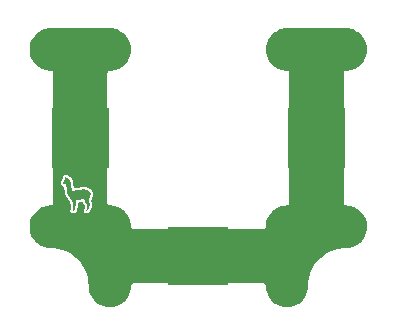
<source format=gbr>
%TF.GenerationSoftware,KiCad,Pcbnew,6.0.1-79c1e3a40b~116~ubuntu20.04.1*%
%TF.CreationDate,2022-01-30T13:40:47+01:00*%
%TF.ProjectId,pcb-connector-x3,7063622d-636f-46e6-9e65-63746f722d78,rev?*%
%TF.SameCoordinates,Original*%
%TF.FileFunction,Copper,L2,Bot*%
%TF.FilePolarity,Positive*%
%FSLAX46Y46*%
G04 Gerber Fmt 4.6, Leading zero omitted, Abs format (unit mm)*
G04 Created by KiCad (PCBNEW 6.0.1-79c1e3a40b~116~ubuntu20.04.1) date 2022-01-30 13:40:47*
%MOMM*%
%LPD*%
G01*
G04 APERTURE LIST*
%TA.AperFunction,ComponentPad*%
%ADD10C,0.800000*%
%TD*%
%TA.AperFunction,SMDPad,CuDef*%
%ADD11R,3.000000X5.200000*%
%TD*%
%TA.AperFunction,SMDPad,CuDef*%
%ADD12R,5.200000X3.000000*%
%TD*%
%TA.AperFunction,ComponentPad*%
%ADD13C,3.400000*%
%TD*%
G04 APERTURE END LIST*
%TO.C,G\u002A\u002A\u002A*%
G36*
X121245248Y-95818303D02*
G01*
X121256305Y-95822812D01*
X121268716Y-95833882D01*
X121285032Y-95853527D01*
X121286007Y-95854775D01*
X121300462Y-95872221D01*
X121317734Y-95891648D01*
X121335987Y-95911179D01*
X121353382Y-95928932D01*
X121368082Y-95943031D01*
X121378250Y-95951594D01*
X121382048Y-95952742D01*
X121380761Y-95947470D01*
X121376102Y-95933306D01*
X121369214Y-95914234D01*
X121365422Y-95903396D01*
X121359226Y-95877075D01*
X121360194Y-95859087D01*
X121368336Y-95850317D01*
X121371587Y-95850943D01*
X121382878Y-95858056D01*
X121399104Y-95871338D01*
X121417934Y-95888971D01*
X121432913Y-95902986D01*
X121460741Y-95926692D01*
X121491734Y-95951087D01*
X121521540Y-95972658D01*
X121550665Y-95992962D01*
X121576865Y-96012733D01*
X121596411Y-96030155D01*
X121611447Y-96047418D01*
X121624115Y-96066713D01*
X121636557Y-96090229D01*
X121639823Y-96097015D01*
X121647309Y-96114600D01*
X121653824Y-96133840D01*
X121659653Y-96156263D01*
X121665080Y-96183399D01*
X121670389Y-96216777D01*
X121675864Y-96257925D01*
X121681787Y-96308372D01*
X121688445Y-96369648D01*
X121690312Y-96387162D01*
X121695298Y-96431965D01*
X121699806Y-96467883D01*
X121704316Y-96497506D01*
X121709309Y-96523426D01*
X121715262Y-96548234D01*
X121722656Y-96574523D01*
X121731971Y-96604883D01*
X121733377Y-96609393D01*
X121745858Y-96651473D01*
X121759201Y-96699432D01*
X121771896Y-96747703D01*
X121782430Y-96790719D01*
X121784630Y-96800128D01*
X121795333Y-96843527D01*
X121804881Y-96876934D01*
X121814045Y-96902233D01*
X121823595Y-96921304D01*
X121834301Y-96936029D01*
X121846933Y-96948290D01*
X121855411Y-96954932D01*
X121869758Y-96963215D01*
X121885834Y-96967772D01*
X121905660Y-96968608D01*
X121931258Y-96965733D01*
X121964650Y-96959152D01*
X122007858Y-96948874D01*
X122024946Y-96944647D01*
X122058313Y-96936717D01*
X122084697Y-96931317D01*
X122107620Y-96928016D01*
X122130602Y-96926379D01*
X122157165Y-96925976D01*
X122190828Y-96926371D01*
X122219752Y-96926610D01*
X122251771Y-96925984D01*
X122282540Y-96924069D01*
X122314270Y-96920560D01*
X122349167Y-96915155D01*
X122389441Y-96907548D01*
X122437300Y-96897436D01*
X122494953Y-96884515D01*
X122543622Y-96873844D01*
X122605070Y-96862075D01*
X122659901Y-96854043D01*
X122711063Y-96849423D01*
X122761504Y-96847887D01*
X122814169Y-96849109D01*
X122883523Y-96854781D01*
X122970777Y-96869663D01*
X123051830Y-96892536D01*
X123125942Y-96922966D01*
X123192378Y-96960520D01*
X123250400Y-97004765D01*
X123299271Y-97055270D01*
X123338252Y-97111601D01*
X123366607Y-97173325D01*
X123372379Y-97193858D01*
X123377928Y-97230083D01*
X123379564Y-97268502D01*
X123377172Y-97304501D01*
X123370634Y-97333469D01*
X123367171Y-97342932D01*
X123363023Y-97352109D01*
X123360388Y-97351195D01*
X123357525Y-97341219D01*
X123352810Y-97329173D01*
X123345834Y-97325380D01*
X123337894Y-97332308D01*
X123329527Y-97349128D01*
X123321266Y-97375011D01*
X123313650Y-97409127D01*
X123311168Y-97421016D01*
X123303214Y-97452425D01*
X123293003Y-97487176D01*
X123282127Y-97519685D01*
X123261256Y-97581676D01*
X123239046Y-97663576D01*
X123225499Y-97738191D01*
X123220756Y-97804869D01*
X123220717Y-97817246D01*
X123221061Y-97844372D01*
X123222600Y-97864151D01*
X123226012Y-97880289D01*
X123231974Y-97896491D01*
X123241164Y-97916463D01*
X123252540Y-97940961D01*
X123272324Y-97989082D01*
X123286208Y-98033655D01*
X123294223Y-98076761D01*
X123296397Y-98120482D01*
X123292762Y-98166897D01*
X123283347Y-98218086D01*
X123268181Y-98276132D01*
X123247295Y-98343113D01*
X123242172Y-98358474D01*
X123220411Y-98418512D01*
X123198996Y-98468336D01*
X123177043Y-98509656D01*
X123153666Y-98544183D01*
X123127979Y-98573627D01*
X123114069Y-98588151D01*
X123100527Y-98604503D01*
X123093910Y-98616947D01*
X123092662Y-98627874D01*
X123094088Y-98644923D01*
X123032205Y-98644923D01*
X123024809Y-98644919D01*
X122999257Y-98644689D01*
X122983490Y-98643774D01*
X122975379Y-98641719D01*
X122972795Y-98638066D01*
X122973607Y-98632359D01*
X122976256Y-98625897D01*
X122987603Y-98609376D01*
X123004117Y-98591596D01*
X123022415Y-98576436D01*
X123022621Y-98576291D01*
X123029014Y-98568793D01*
X123035528Y-98554979D01*
X123042360Y-98533995D01*
X123049708Y-98504983D01*
X123057769Y-98467088D01*
X123066742Y-98419454D01*
X123076824Y-98361224D01*
X123088212Y-98291542D01*
X123088942Y-98286641D01*
X123091940Y-98245480D01*
X123090837Y-98200183D01*
X123085962Y-98156128D01*
X123077642Y-98118695D01*
X123076326Y-98114593D01*
X123070319Y-98099882D01*
X123061553Y-98084974D01*
X123048478Y-98067773D01*
X123029544Y-98046187D01*
X123003202Y-98018121D01*
X122965877Y-97976712D01*
X122935498Y-97936779D01*
X122912899Y-97898185D01*
X122896596Y-97858376D01*
X122885104Y-97814798D01*
X122884588Y-97812311D01*
X122878277Y-97784439D01*
X122871638Y-97764042D01*
X122862541Y-97747080D01*
X122848857Y-97729512D01*
X122828457Y-97707297D01*
X122824965Y-97703494D01*
X122801447Y-97672891D01*
X122779136Y-97636271D01*
X122760693Y-97598417D01*
X122748776Y-97564108D01*
X122744416Y-97546736D01*
X122727300Y-97576608D01*
X122723640Y-97582800D01*
X122689819Y-97626801D01*
X122646244Y-97663720D01*
X122592651Y-97693745D01*
X122528777Y-97717062D01*
X122486062Y-97727989D01*
X122433955Y-97737325D01*
X122377691Y-97742994D01*
X122314637Y-97745248D01*
X122242164Y-97744336D01*
X122131039Y-97740903D01*
X122134420Y-97760487D01*
X122135629Y-97767987D01*
X122140341Y-97813012D01*
X122142486Y-97866631D01*
X122142004Y-97925871D01*
X122138840Y-97987759D01*
X122136123Y-98023393D01*
X122132236Y-98066180D01*
X122127871Y-98101795D01*
X122122477Y-98133315D01*
X122115500Y-98163818D01*
X122106388Y-98196382D01*
X122094588Y-98234083D01*
X122085961Y-98262546D01*
X122075472Y-98301485D01*
X122066551Y-98339204D01*
X122060505Y-98370476D01*
X122052346Y-98418609D01*
X122043705Y-98461045D01*
X122034607Y-98495956D01*
X122024388Y-98525858D01*
X122012387Y-98553269D01*
X122004748Y-98569560D01*
X121998276Y-98586439D01*
X121996849Y-98597485D01*
X121999765Y-98605611D01*
X122006020Y-98619319D01*
X122011209Y-98637173D01*
X122015398Y-98657322D01*
X121834161Y-98657322D01*
X121858278Y-98621674D01*
X121860029Y-98619066D01*
X121874210Y-98595027D01*
X121882294Y-98572729D01*
X121886693Y-98545728D01*
X121887472Y-98538971D01*
X121890724Y-98514446D01*
X121895371Y-98482404D01*
X121900910Y-98446237D01*
X121906842Y-98409336D01*
X121910030Y-98389482D01*
X121916227Y-98344097D01*
X121919084Y-98306113D01*
X121918423Y-98272192D01*
X121914065Y-98238995D01*
X121905831Y-98203183D01*
X121893541Y-98161416D01*
X121881300Y-98121550D01*
X121868447Y-98076535D01*
X121857910Y-98034610D01*
X121848812Y-97991915D01*
X121840272Y-97944595D01*
X121831413Y-97888791D01*
X121826607Y-97858297D01*
X121818960Y-97815559D01*
X121811801Y-97783820D01*
X121804885Y-97762218D01*
X121797967Y-97749890D01*
X121790801Y-97745972D01*
X121790697Y-97745969D01*
X121783088Y-97741787D01*
X121769553Y-97731231D01*
X121752951Y-97716524D01*
X121739036Y-97702374D01*
X121723356Y-97682190D01*
X121708133Y-97656709D01*
X121691227Y-97622681D01*
X121653765Y-97550953D01*
X121603656Y-97475150D01*
X121544671Y-97404907D01*
X121515181Y-97372102D01*
X121484450Y-97333099D01*
X121460285Y-97294964D01*
X121440581Y-97254277D01*
X121423236Y-97207623D01*
X121404661Y-97143376D01*
X121389609Y-97072075D01*
X121377984Y-96992531D01*
X121369445Y-96902819D01*
X121367966Y-96884886D01*
X121363450Y-96840087D01*
X121357565Y-96790273D01*
X121350907Y-96740326D01*
X121344072Y-96695130D01*
X121340331Y-96672451D01*
X121334080Y-96636641D01*
X121328485Y-96609059D01*
X121322814Y-96587042D01*
X121316332Y-96567926D01*
X121308307Y-96549046D01*
X121298006Y-96527740D01*
X121291158Y-96513555D01*
X121279575Y-96487279D01*
X121270825Y-96464442D01*
X121266410Y-96448793D01*
X121265883Y-96445913D01*
X121260452Y-96428893D01*
X121253237Y-96417795D01*
X121249197Y-96415746D01*
X121232521Y-96412035D01*
X121205579Y-96409007D01*
X121169787Y-96406846D01*
X121151255Y-96406032D01*
X121125318Y-96404508D01*
X121108016Y-96402520D01*
X121096908Y-96399553D01*
X121089555Y-96395092D01*
X121083519Y-96388622D01*
X121071682Y-96376631D01*
X121057720Y-96366730D01*
X121054323Y-96364755D01*
X121046073Y-96354163D01*
X121042865Y-96335357D01*
X121042788Y-96333976D01*
X121040717Y-96309800D01*
X121037702Y-96285953D01*
X121036172Y-96272070D01*
X121038252Y-96261647D01*
X121046101Y-96251637D01*
X121061733Y-96238032D01*
X121074546Y-96227964D01*
X121099452Y-96210104D01*
X121123559Y-96194467D01*
X121157494Y-96174025D01*
X121145778Y-96159556D01*
X121135849Y-96141294D01*
X121133994Y-96116368D01*
X121142896Y-96089544D01*
X121161981Y-96061875D01*
X121190676Y-96034411D01*
X121228407Y-96008203D01*
X121228572Y-96008104D01*
X121245955Y-95997041D01*
X121257598Y-95988409D01*
X121260989Y-95984071D01*
X121260890Y-95983950D01*
X121257614Y-95976522D01*
X121251282Y-95959880D01*
X121242766Y-95936374D01*
X121232935Y-95908354D01*
X121221667Y-95874349D01*
X121215093Y-95849737D01*
X121213501Y-95833390D01*
X121217016Y-95823702D01*
X121225759Y-95819067D01*
X121239853Y-95817879D01*
X121245248Y-95818303D01*
G37*
%TD*%
D10*
%TO.P,J6,2,Pin_2*%
%TO.N,GND*%
X143000000Y-94000000D03*
X144000000Y-94000000D03*
X144500000Y-91500000D03*
X142500000Y-91500000D03*
X144500000Y-93500000D03*
D11*
X143500000Y-92500000D03*
D10*
X143000000Y-91000000D03*
X144000000Y-91000000D03*
X143500000Y-91500000D03*
X142500000Y-93500000D03*
X143500000Y-93500000D03*
%TD*%
%TO.P,J5,2,Pin_2*%
%TO.N,GND*%
X123000000Y-94000000D03*
X124000000Y-94000000D03*
X124500000Y-91500000D03*
X122500000Y-91500000D03*
X124500000Y-93500000D03*
D11*
X123500000Y-92500000D03*
D10*
X123000000Y-91000000D03*
X124000000Y-91000000D03*
X123500000Y-91500000D03*
X122500000Y-93500000D03*
X123500000Y-93500000D03*
%TD*%
%TO.P,J4,2,Pin_2*%
%TO.N,GND*%
X131000000Y-103000000D03*
X131000000Y-104000000D03*
X133500000Y-104500000D03*
X133500000Y-102500000D03*
X131500000Y-104500000D03*
D12*
X132500000Y-103500000D03*
D10*
X134000000Y-103000000D03*
X134000000Y-104000000D03*
X133500000Y-103500000D03*
X131500000Y-102500000D03*
X131500000Y-103500000D03*
%TD*%
%TO.P,J3,2,Pin_2*%
%TO.N,GND*%
X142000000Y-91000000D03*
X141000000Y-91000000D03*
X140500000Y-93500000D03*
X142500000Y-93500000D03*
X140500000Y-91500000D03*
D11*
X141500000Y-92500000D03*
D10*
X142000000Y-94000000D03*
X141000000Y-94000000D03*
X141500000Y-93500000D03*
X142500000Y-91500000D03*
X141500000Y-91500000D03*
%TD*%
%TO.P,J2,2,Pin_2*%
%TO.N,GND*%
X122000000Y-91000000D03*
X121000000Y-91000000D03*
X120500000Y-93500000D03*
X122500000Y-93500000D03*
X120500000Y-91500000D03*
D11*
X121500000Y-92500000D03*
D10*
X122000000Y-94000000D03*
X121000000Y-94000000D03*
X121500000Y-93500000D03*
X122500000Y-91500000D03*
X121500000Y-91500000D03*
%TD*%
%TO.P,J1,2,Pin_2*%
%TO.N,GND*%
X134000000Y-102000000D03*
X134000000Y-101000000D03*
X131500000Y-100500000D03*
X131500000Y-102500000D03*
X133500000Y-100500000D03*
D12*
X132500000Y-101500000D03*
D10*
X131000000Y-102000000D03*
X131000000Y-101000000D03*
X131500000Y-101500000D03*
X133500000Y-102500000D03*
X133500000Y-101500000D03*
%TD*%
D13*
%TO.P,H10,1,1*%
%TO.N,GND*%
X140000000Y-85000000D03*
%TD*%
%TO.P,H9,1,1*%
%TO.N,GND*%
X125000000Y-105000000D03*
%TD*%
%TO.P,H8,1,1*%
%TO.N,GND*%
X120000000Y-85000000D03*
%TD*%
%TO.P,H7,1,1*%
%TO.N,GND*%
X125000000Y-100000000D03*
%TD*%
%TO.P,H6,1,1*%
%TO.N,GND*%
X145000000Y-100000000D03*
%TD*%
%TO.P,H5,1,1*%
%TO.N,GND*%
X120000000Y-100000000D03*
%TD*%
%TO.P,H4,1,1*%
%TO.N,GND*%
X140000000Y-105000000D03*
%TD*%
%TO.P,H3,1,1*%
%TO.N,GND*%
X145000000Y-85000000D03*
%TD*%
%TO.P,H2,1,1*%
%TO.N,GND*%
X125000000Y-85000000D03*
%TD*%
%TO.P,H1,1,1*%
%TO.N,GND*%
X140000000Y-100000000D03*
%TD*%
%TA.AperFunction,Conductor*%
%TO.N,GND*%
G36*
X124988227Y-83202518D02*
G01*
X124999642Y-83205143D01*
X125010517Y-83202682D01*
X125021663Y-83202702D01*
X125021662Y-83203015D01*
X125031612Y-83202261D01*
X125249112Y-83217816D01*
X125263088Y-83219827D01*
X125500200Y-83271408D01*
X125513747Y-83275385D01*
X125603110Y-83308716D01*
X125741113Y-83360188D01*
X125753962Y-83366056D01*
X125966938Y-83482351D01*
X125978820Y-83489987D01*
X126173077Y-83635405D01*
X126183753Y-83644655D01*
X126355345Y-83816247D01*
X126364595Y-83826923D01*
X126510013Y-84021180D01*
X126517649Y-84033062D01*
X126633944Y-84246038D01*
X126639812Y-84258887D01*
X126724614Y-84486250D01*
X126728593Y-84499803D01*
X126780173Y-84736909D01*
X126782184Y-84750891D01*
X126799495Y-84992938D01*
X126799495Y-85007062D01*
X126782184Y-85249109D01*
X126780173Y-85263091D01*
X126728593Y-85500197D01*
X126724614Y-85513750D01*
X126639812Y-85741113D01*
X126633944Y-85753962D01*
X126517649Y-85966938D01*
X126510013Y-85978820D01*
X126364595Y-86173077D01*
X126355345Y-86183753D01*
X126183753Y-86355345D01*
X126173077Y-86364595D01*
X125978820Y-86510013D01*
X125966938Y-86517649D01*
X125753962Y-86633944D01*
X125741113Y-86639812D01*
X125603110Y-86691284D01*
X125513747Y-86724615D01*
X125500200Y-86728592D01*
X125263088Y-86780173D01*
X125249112Y-86782184D01*
X125032127Y-86797702D01*
X125022372Y-86796946D01*
X125022371Y-86797374D01*
X125011221Y-86797355D01*
X125000358Y-86794857D01*
X124989486Y-86797317D01*
X124989485Y-86797317D01*
X124989096Y-86797405D01*
X124988566Y-86797525D01*
X124966640Y-86799965D01*
X124965702Y-86799964D01*
X124965699Y-86799965D01*
X124954551Y-86799955D01*
X124943894Y-86805072D01*
X124922890Y-86812386D01*
X124922235Y-86812534D01*
X124922233Y-86812535D01*
X124911361Y-86814995D01*
X124901894Y-86822512D01*
X124883193Y-86834220D01*
X124872295Y-86839453D01*
X124865334Y-86848157D01*
X124865333Y-86848158D01*
X124864913Y-86848684D01*
X124849157Y-86864385D01*
X124848633Y-86864801D01*
X124848631Y-86864803D01*
X124839900Y-86871736D01*
X124835039Y-86881770D01*
X124835038Y-86881771D01*
X124834630Y-86882613D01*
X124822853Y-86901278D01*
X124815306Y-86910715D01*
X124812808Y-86921578D01*
X124812806Y-86921583D01*
X124812656Y-86922236D01*
X124805267Y-86943220D01*
X124800115Y-86953853D01*
X124800054Y-86977041D01*
X124798333Y-86977036D01*
X124798357Y-86977277D01*
X124800000Y-86977277D01*
X124800000Y-86997758D01*
X124799876Y-87045100D01*
X124799995Y-87045350D01*
X124800000Y-87045390D01*
X124800000Y-97993842D01*
X124799955Y-98045449D01*
X124804781Y-98055498D01*
X124804781Y-98055500D01*
X124805185Y-98056341D01*
X124812463Y-98077183D01*
X124812670Y-98078093D01*
X124812672Y-98078096D01*
X124815150Y-98088962D01*
X124822097Y-98097680D01*
X124822520Y-98098211D01*
X124834334Y-98117046D01*
X124834625Y-98117653D01*
X124834628Y-98117657D01*
X124839453Y-98127705D01*
X124848893Y-98135254D01*
X124864484Y-98150872D01*
X124872015Y-98160323D01*
X124882058Y-98165167D01*
X124882663Y-98165459D01*
X124901478Y-98177308D01*
X124902005Y-98177730D01*
X124902010Y-98177732D01*
X124910715Y-98184694D01*
X124922405Y-98187382D01*
X124922492Y-98187402D01*
X124943318Y-98194715D01*
X124954202Y-98199965D01*
X124966018Y-98199975D01*
X124988120Y-98202494D01*
X124988774Y-98202644D01*
X124988775Y-98202644D01*
X124999642Y-98205143D01*
X125010517Y-98202682D01*
X125021664Y-98202702D01*
X125021664Y-98202863D01*
X125031669Y-98202076D01*
X125103759Y-98206801D01*
X125228475Y-98214975D01*
X125241302Y-98216663D01*
X125459516Y-98260068D01*
X125472016Y-98263418D01*
X125665225Y-98329004D01*
X125682691Y-98334933D01*
X125694653Y-98339889D01*
X125716228Y-98350528D01*
X125894180Y-98438284D01*
X125905386Y-98444753D01*
X126090385Y-98568365D01*
X126100639Y-98576233D01*
X126260150Y-98716121D01*
X126267914Y-98722930D01*
X126277069Y-98732085D01*
X126423767Y-98899361D01*
X126431635Y-98909615D01*
X126555247Y-99094614D01*
X126561716Y-99105820D01*
X126633929Y-99252253D01*
X126660111Y-99305346D01*
X126665067Y-99317309D01*
X126736581Y-99527980D01*
X126739932Y-99540484D01*
X126780381Y-99743833D01*
X126783336Y-99758691D01*
X126785026Y-99771530D01*
X126797891Y-99967816D01*
X126797101Y-99977628D01*
X126797375Y-99977628D01*
X126797355Y-99988778D01*
X126794857Y-99999642D01*
X126797317Y-100010514D01*
X126797317Y-100010516D01*
X126797525Y-100011433D01*
X126799965Y-100033360D01*
X126799964Y-100034298D01*
X126799965Y-100034301D01*
X126799955Y-100045449D01*
X126805072Y-100056106D01*
X126812386Y-100077110D01*
X126814995Y-100088639D01*
X126822512Y-100098106D01*
X126834220Y-100116807D01*
X126839453Y-100127705D01*
X126848157Y-100134666D01*
X126848158Y-100134667D01*
X126848684Y-100135087D01*
X126864385Y-100150843D01*
X126864801Y-100151367D01*
X126864803Y-100151369D01*
X126871736Y-100160100D01*
X126881770Y-100164961D01*
X126881771Y-100164962D01*
X126882613Y-100165370D01*
X126901278Y-100177147D01*
X126901695Y-100177480D01*
X126910715Y-100184694D01*
X126921578Y-100187192D01*
X126921583Y-100187194D01*
X126922236Y-100187344D01*
X126943220Y-100194733D01*
X126943822Y-100195025D01*
X126943823Y-100195025D01*
X126953853Y-100199885D01*
X126977041Y-100199946D01*
X126977036Y-100201667D01*
X126977277Y-100201643D01*
X126977277Y-100200000D01*
X126997758Y-100200000D01*
X127044297Y-100200122D01*
X127044298Y-100200122D01*
X127045100Y-100200124D01*
X127045350Y-100200005D01*
X127045390Y-100200000D01*
X137994123Y-100200000D01*
X138045449Y-100200045D01*
X138055498Y-100195219D01*
X138055500Y-100195219D01*
X138056341Y-100194815D01*
X138077183Y-100187537D01*
X138078093Y-100187330D01*
X138078096Y-100187328D01*
X138088962Y-100184850D01*
X138098210Y-100177480D01*
X138117046Y-100165666D01*
X138117653Y-100165375D01*
X138117657Y-100165372D01*
X138127705Y-100160547D01*
X138135254Y-100151107D01*
X138150872Y-100135516D01*
X138160323Y-100127985D01*
X138165459Y-100117337D01*
X138177308Y-100098522D01*
X138177730Y-100097995D01*
X138177732Y-100097990D01*
X138184694Y-100089285D01*
X138187402Y-100077508D01*
X138194715Y-100056682D01*
X138195123Y-100055836D01*
X138199965Y-100045798D01*
X138199975Y-100033982D01*
X138202494Y-100011880D01*
X138202644Y-100011226D01*
X138202644Y-100011225D01*
X138205143Y-100000358D01*
X138202682Y-99989483D01*
X138202702Y-99978336D01*
X138202863Y-99978336D01*
X138202076Y-99968331D01*
X138206801Y-99896241D01*
X138214975Y-99771525D01*
X138216664Y-99758691D01*
X138219620Y-99743833D01*
X138260068Y-99540484D01*
X138263419Y-99527980D01*
X138334933Y-99317309D01*
X138339889Y-99305346D01*
X138366072Y-99252253D01*
X138438284Y-99105820D01*
X138444753Y-99094614D01*
X138568365Y-98909615D01*
X138576233Y-98899361D01*
X138722931Y-98732085D01*
X138732086Y-98722930D01*
X138739850Y-98716121D01*
X138899361Y-98576233D01*
X138909615Y-98568365D01*
X139094614Y-98444753D01*
X139105820Y-98438284D01*
X139283772Y-98350528D01*
X139305347Y-98339889D01*
X139317309Y-98334933D01*
X139334775Y-98329004D01*
X139527984Y-98263418D01*
X139540484Y-98260068D01*
X139758698Y-98216663D01*
X139771523Y-98214975D01*
X139967819Y-98202109D01*
X139977628Y-98202899D01*
X139977628Y-98202625D01*
X139988778Y-98202645D01*
X139999642Y-98205143D01*
X140010514Y-98202683D01*
X140010516Y-98202683D01*
X140011135Y-98202543D01*
X140011434Y-98202475D01*
X140033360Y-98200035D01*
X140034298Y-98200036D01*
X140034301Y-98200035D01*
X140045449Y-98200045D01*
X140056106Y-98194928D01*
X140077110Y-98187614D01*
X140077765Y-98187466D01*
X140077767Y-98187465D01*
X140088639Y-98185005D01*
X140098106Y-98177488D01*
X140116809Y-98165779D01*
X140127705Y-98160547D01*
X140134666Y-98151843D01*
X140134667Y-98151842D01*
X140135087Y-98151316D01*
X140150843Y-98135615D01*
X140151367Y-98135199D01*
X140151369Y-98135197D01*
X140160100Y-98128264D01*
X140165370Y-98117387D01*
X140177147Y-98098722D01*
X140177731Y-98097992D01*
X140177731Y-98097991D01*
X140184694Y-98089285D01*
X140187192Y-98078422D01*
X140187194Y-98078417D01*
X140187344Y-98077764D01*
X140194733Y-98056780D01*
X140195025Y-98056178D01*
X140195025Y-98056177D01*
X140199885Y-98046147D01*
X140199946Y-98022959D01*
X140201667Y-98022964D01*
X140201643Y-98022723D01*
X140200000Y-98022723D01*
X140200000Y-98002242D01*
X140200122Y-97955703D01*
X140200122Y-97955702D01*
X140200124Y-97954900D01*
X140200005Y-97954650D01*
X140200000Y-97954610D01*
X140200000Y-87005877D01*
X140200035Y-86965700D01*
X140200045Y-86954551D01*
X140194815Y-86943659D01*
X140187537Y-86922817D01*
X140187330Y-86921907D01*
X140187328Y-86921904D01*
X140184850Y-86911038D01*
X140177480Y-86901789D01*
X140165666Y-86882954D01*
X140165375Y-86882347D01*
X140165372Y-86882343D01*
X140160547Y-86872295D01*
X140151107Y-86864746D01*
X140135516Y-86849128D01*
X140127985Y-86839677D01*
X140117337Y-86834541D01*
X140098522Y-86822692D01*
X140097995Y-86822270D01*
X140097990Y-86822268D01*
X140089285Y-86815306D01*
X140077508Y-86812598D01*
X140056682Y-86805285D01*
X140055836Y-86804877D01*
X140045798Y-86800035D01*
X140033982Y-86800025D01*
X140011880Y-86797506D01*
X140011226Y-86797356D01*
X140011225Y-86797356D01*
X140000358Y-86794857D01*
X139989483Y-86797318D01*
X139978337Y-86797298D01*
X139978338Y-86796985D01*
X139968388Y-86797739D01*
X139750888Y-86782184D01*
X139736912Y-86780173D01*
X139499800Y-86728592D01*
X139486253Y-86724615D01*
X139396890Y-86691284D01*
X139258887Y-86639812D01*
X139246038Y-86633944D01*
X139033062Y-86517649D01*
X139021180Y-86510013D01*
X138826923Y-86364595D01*
X138816247Y-86355345D01*
X138644655Y-86183753D01*
X138635405Y-86173077D01*
X138489987Y-85978820D01*
X138482351Y-85966938D01*
X138366056Y-85753962D01*
X138360188Y-85741113D01*
X138275386Y-85513750D01*
X138271407Y-85500197D01*
X138219827Y-85263091D01*
X138217816Y-85249109D01*
X138200505Y-85007062D01*
X138200505Y-84992938D01*
X138217816Y-84750891D01*
X138219827Y-84736909D01*
X138271407Y-84499803D01*
X138275386Y-84486250D01*
X138360188Y-84258887D01*
X138366056Y-84246038D01*
X138482351Y-84033062D01*
X138489987Y-84021180D01*
X138635405Y-83826923D01*
X138644655Y-83816247D01*
X138816247Y-83644655D01*
X138826923Y-83635405D01*
X139021180Y-83489987D01*
X139033062Y-83482351D01*
X139246038Y-83366056D01*
X139258887Y-83360188D01*
X139396890Y-83308716D01*
X139486253Y-83275385D01*
X139499800Y-83271408D01*
X139736912Y-83219827D01*
X139750888Y-83217816D01*
X139967873Y-83202298D01*
X139977628Y-83203054D01*
X139977629Y-83202626D01*
X139988779Y-83202645D01*
X139999642Y-83205143D01*
X140010514Y-83202683D01*
X140010515Y-83202683D01*
X140011583Y-83202441D01*
X140033432Y-83200000D01*
X144966040Y-83200000D01*
X144988227Y-83202518D01*
X144999642Y-83205143D01*
X145010517Y-83202682D01*
X145021663Y-83202702D01*
X145021662Y-83203015D01*
X145031612Y-83202261D01*
X145249112Y-83217816D01*
X145263088Y-83219827D01*
X145500200Y-83271408D01*
X145513747Y-83275385D01*
X145603110Y-83308716D01*
X145741113Y-83360188D01*
X145753962Y-83366056D01*
X145966938Y-83482351D01*
X145978820Y-83489987D01*
X146173077Y-83635405D01*
X146183753Y-83644655D01*
X146355345Y-83816247D01*
X146364595Y-83826923D01*
X146510013Y-84021180D01*
X146517649Y-84033062D01*
X146633944Y-84246038D01*
X146639812Y-84258887D01*
X146724614Y-84486250D01*
X146728593Y-84499803D01*
X146780173Y-84736909D01*
X146782184Y-84750891D01*
X146799495Y-84992938D01*
X146799495Y-85007062D01*
X146782184Y-85249109D01*
X146780173Y-85263091D01*
X146728593Y-85500197D01*
X146724614Y-85513750D01*
X146639812Y-85741113D01*
X146633944Y-85753962D01*
X146517649Y-85966938D01*
X146510013Y-85978820D01*
X146364595Y-86173077D01*
X146355345Y-86183753D01*
X146183753Y-86355345D01*
X146173077Y-86364595D01*
X145978820Y-86510013D01*
X145966938Y-86517649D01*
X145753962Y-86633944D01*
X145741113Y-86639812D01*
X145603110Y-86691284D01*
X145513747Y-86724615D01*
X145500200Y-86728592D01*
X145263088Y-86780173D01*
X145249112Y-86782184D01*
X145032127Y-86797702D01*
X145022372Y-86796946D01*
X145022371Y-86797374D01*
X145011221Y-86797355D01*
X145000358Y-86794857D01*
X144989486Y-86797317D01*
X144989485Y-86797317D01*
X144989096Y-86797405D01*
X144988566Y-86797525D01*
X144966640Y-86799965D01*
X144965702Y-86799964D01*
X144965699Y-86799965D01*
X144954551Y-86799955D01*
X144943894Y-86805072D01*
X144922890Y-86812386D01*
X144922235Y-86812534D01*
X144922233Y-86812535D01*
X144911361Y-86814995D01*
X144901894Y-86822512D01*
X144883193Y-86834220D01*
X144872295Y-86839453D01*
X144865334Y-86848157D01*
X144865333Y-86848158D01*
X144864913Y-86848684D01*
X144849157Y-86864385D01*
X144848633Y-86864801D01*
X144848631Y-86864803D01*
X144839900Y-86871736D01*
X144835039Y-86881770D01*
X144835038Y-86881771D01*
X144834630Y-86882613D01*
X144822853Y-86901278D01*
X144815306Y-86910715D01*
X144812808Y-86921578D01*
X144812806Y-86921583D01*
X144812656Y-86922236D01*
X144805267Y-86943220D01*
X144800115Y-86953853D01*
X144800054Y-86977041D01*
X144798333Y-86977036D01*
X144798357Y-86977277D01*
X144800000Y-86977277D01*
X144800000Y-86997758D01*
X144799876Y-87045100D01*
X144799995Y-87045350D01*
X144800000Y-87045390D01*
X144800000Y-97993842D01*
X144799955Y-98045449D01*
X144804781Y-98055498D01*
X144804781Y-98055500D01*
X144805185Y-98056341D01*
X144812463Y-98077183D01*
X144812670Y-98078093D01*
X144812672Y-98078096D01*
X144815150Y-98088962D01*
X144822097Y-98097680D01*
X144822520Y-98098211D01*
X144834334Y-98117046D01*
X144834625Y-98117653D01*
X144834628Y-98117657D01*
X144839453Y-98127705D01*
X144848893Y-98135254D01*
X144864484Y-98150872D01*
X144872015Y-98160323D01*
X144882058Y-98165167D01*
X144882663Y-98165459D01*
X144901478Y-98177308D01*
X144902005Y-98177730D01*
X144902010Y-98177732D01*
X144910715Y-98184694D01*
X144922405Y-98187382D01*
X144922492Y-98187402D01*
X144943318Y-98194715D01*
X144954202Y-98199965D01*
X144966018Y-98199975D01*
X144988120Y-98202494D01*
X144988774Y-98202644D01*
X144988775Y-98202644D01*
X144999642Y-98205143D01*
X145010517Y-98202682D01*
X145021663Y-98202702D01*
X145021662Y-98203015D01*
X145031612Y-98202261D01*
X145249112Y-98217816D01*
X145263088Y-98219827D01*
X145500200Y-98271408D01*
X145513747Y-98275385D01*
X145568651Y-98295863D01*
X145741113Y-98360188D01*
X145753962Y-98366056D01*
X145966938Y-98482351D01*
X145978820Y-98489987D01*
X146173077Y-98635405D01*
X146183753Y-98644655D01*
X146355345Y-98816247D01*
X146364595Y-98826923D01*
X146510013Y-99021180D01*
X146517649Y-99033062D01*
X146633944Y-99246038D01*
X146639812Y-99258887D01*
X146659313Y-99311170D01*
X146719502Y-99472543D01*
X146724614Y-99486250D01*
X146728592Y-99499800D01*
X146736060Y-99534126D01*
X146780173Y-99736909D01*
X146782184Y-99750891D01*
X146799495Y-99992938D01*
X146799495Y-100007061D01*
X146785688Y-100200122D01*
X146782184Y-100249109D01*
X146780173Y-100263091D01*
X146728593Y-100500197D01*
X146724614Y-100513750D01*
X146639812Y-100741113D01*
X146633944Y-100753962D01*
X146517649Y-100966938D01*
X146510013Y-100978820D01*
X146364595Y-101173077D01*
X146355345Y-101183753D01*
X146183753Y-101355345D01*
X146173077Y-101364595D01*
X145978820Y-101510013D01*
X145966938Y-101517649D01*
X145753962Y-101633944D01*
X145741113Y-101639812D01*
X145603110Y-101691284D01*
X145513747Y-101724615D01*
X145500200Y-101728592D01*
X145263088Y-101780173D01*
X145249112Y-101782184D01*
X145032378Y-101797684D01*
X145011899Y-101796079D01*
X145011819Y-101796774D01*
X145006217Y-101796133D01*
X145000716Y-101794858D01*
X145000360Y-101794858D01*
X145000358Y-101794857D01*
X145000000Y-101794857D01*
X144995884Y-101795796D01*
X144994961Y-101795872D01*
X144783873Y-101806935D01*
X144665050Y-101813162D01*
X144662492Y-101813567D01*
X144662484Y-101813568D01*
X144371247Y-101859696D01*
X144333769Y-101865632D01*
X144331265Y-101866303D01*
X144331260Y-101866304D01*
X144012291Y-101951771D01*
X144012285Y-101951773D01*
X144009788Y-101952442D01*
X143696656Y-102072643D01*
X143694353Y-102073816D01*
X143694345Y-102073820D01*
X143400111Y-102223739D01*
X143400103Y-102223744D01*
X143397804Y-102224915D01*
X143395632Y-102226326D01*
X143395626Y-102226329D01*
X143118687Y-102406176D01*
X143118679Y-102406182D01*
X143116506Y-102407593D01*
X142855844Y-102618673D01*
X142618673Y-102855844D01*
X142407593Y-103116506D01*
X142406182Y-103118679D01*
X142406176Y-103118687D01*
X142318154Y-103254229D01*
X142224915Y-103397804D01*
X142223744Y-103400103D01*
X142223739Y-103400111D01*
X142073820Y-103694345D01*
X142073816Y-103694353D01*
X142072643Y-103696656D01*
X141952442Y-104009788D01*
X141865632Y-104333769D01*
X141813162Y-104665050D01*
X141796557Y-104981910D01*
X141795926Y-104993945D01*
X141795831Y-104995090D01*
X141794858Y-104999284D01*
X141794858Y-104999640D01*
X141794857Y-104999642D01*
X141794857Y-105000000D01*
X141796091Y-105005412D01*
X141796714Y-105010939D01*
X141796124Y-105011005D01*
X141797720Y-105031868D01*
X141782184Y-105249109D01*
X141780173Y-105263091D01*
X141728593Y-105500197D01*
X141724614Y-105513750D01*
X141639812Y-105741113D01*
X141633944Y-105753962D01*
X141517649Y-105966938D01*
X141510013Y-105978820D01*
X141364595Y-106173077D01*
X141355345Y-106183753D01*
X141183753Y-106355345D01*
X141173077Y-106364595D01*
X140978820Y-106510013D01*
X140966938Y-106517649D01*
X140753962Y-106633944D01*
X140741113Y-106639812D01*
X140603110Y-106691284D01*
X140513747Y-106724615D01*
X140500200Y-106728592D01*
X140263088Y-106780173D01*
X140249112Y-106782184D01*
X140007061Y-106799495D01*
X139992939Y-106799495D01*
X139750888Y-106782184D01*
X139736912Y-106780173D01*
X139499800Y-106728592D01*
X139486253Y-106724615D01*
X139396890Y-106691284D01*
X139258887Y-106639812D01*
X139246038Y-106633944D01*
X139033062Y-106517649D01*
X139021180Y-106510013D01*
X138826923Y-106364595D01*
X138816247Y-106355345D01*
X138644655Y-106183753D01*
X138635405Y-106173077D01*
X138489987Y-105978820D01*
X138482351Y-105966938D01*
X138366056Y-105753962D01*
X138360188Y-105741113D01*
X138275386Y-105513750D01*
X138271407Y-105500197D01*
X138219827Y-105263091D01*
X138217816Y-105249109D01*
X138202316Y-105032382D01*
X138203927Y-105011833D01*
X138203235Y-105011753D01*
X138203877Y-105006175D01*
X138205142Y-105000716D01*
X138205143Y-105000000D01*
X138203900Y-104994550D01*
X138203899Y-104994543D01*
X138202514Y-104988470D01*
X138200035Y-104966372D01*
X138200036Y-104965701D01*
X138200035Y-104965698D01*
X138200045Y-104954551D01*
X138195058Y-104944164D01*
X138194815Y-104943659D01*
X138187537Y-104922817D01*
X138187330Y-104921907D01*
X138187328Y-104921904D01*
X138184850Y-104911038D01*
X138177480Y-104901789D01*
X138165666Y-104882954D01*
X138165375Y-104882347D01*
X138165372Y-104882343D01*
X138160547Y-104872295D01*
X138151107Y-104864746D01*
X138135516Y-104849128D01*
X138127985Y-104839677D01*
X138117337Y-104834541D01*
X138098522Y-104822692D01*
X138097995Y-104822270D01*
X138097990Y-104822268D01*
X138089285Y-104815306D01*
X138077508Y-104812598D01*
X138056682Y-104805285D01*
X138055836Y-104804877D01*
X138045798Y-104800035D01*
X138034653Y-104800025D01*
X138034652Y-104800025D01*
X138022787Y-104800015D01*
X138022789Y-104798270D01*
X138022723Y-104798276D01*
X138022723Y-104800000D01*
X138005877Y-104800000D01*
X137954840Y-104799955D01*
X137954551Y-104799955D01*
X137954463Y-104799997D01*
X137954439Y-104800000D01*
X127005877Y-104800000D01*
X126954551Y-104799955D01*
X126944502Y-104804781D01*
X126944500Y-104804781D01*
X126943659Y-104805185D01*
X126922817Y-104812463D01*
X126921907Y-104812670D01*
X126921904Y-104812672D01*
X126911038Y-104815150D01*
X126902320Y-104822097D01*
X126901789Y-104822520D01*
X126882954Y-104834334D01*
X126882347Y-104834625D01*
X126882343Y-104834628D01*
X126872295Y-104839453D01*
X126864746Y-104848893D01*
X126849128Y-104864484D01*
X126839677Y-104872015D01*
X126834593Y-104882555D01*
X126834541Y-104882663D01*
X126822692Y-104901478D01*
X126822270Y-104902005D01*
X126822268Y-104902010D01*
X126815306Y-104910715D01*
X126812808Y-104921581D01*
X126812598Y-104922492D01*
X126805285Y-104943318D01*
X126800035Y-104954202D01*
X126800025Y-104965701D01*
X126800025Y-104966016D01*
X126797506Y-104988120D01*
X126797426Y-104988470D01*
X126794857Y-104999642D01*
X126797318Y-105010517D01*
X126797298Y-105021663D01*
X126796985Y-105021662D01*
X126797739Y-105031614D01*
X126782184Y-105249109D01*
X126780173Y-105263091D01*
X126728593Y-105500197D01*
X126724614Y-105513750D01*
X126639812Y-105741113D01*
X126633944Y-105753962D01*
X126517649Y-105966938D01*
X126510013Y-105978820D01*
X126364595Y-106173077D01*
X126355345Y-106183753D01*
X126183753Y-106355345D01*
X126173077Y-106364595D01*
X125978820Y-106510013D01*
X125966938Y-106517649D01*
X125753962Y-106633944D01*
X125741113Y-106639812D01*
X125603110Y-106691284D01*
X125513747Y-106724615D01*
X125500200Y-106728592D01*
X125263088Y-106780173D01*
X125249112Y-106782184D01*
X125007061Y-106799495D01*
X124992939Y-106799495D01*
X124750888Y-106782184D01*
X124736912Y-106780173D01*
X124499800Y-106728592D01*
X124486253Y-106724615D01*
X124396890Y-106691284D01*
X124258887Y-106639812D01*
X124246038Y-106633944D01*
X124033062Y-106517649D01*
X124021180Y-106510013D01*
X123826923Y-106364595D01*
X123816247Y-106355345D01*
X123644655Y-106183753D01*
X123635405Y-106173077D01*
X123489987Y-105978820D01*
X123482351Y-105966938D01*
X123366056Y-105753962D01*
X123360188Y-105741113D01*
X123275386Y-105513750D01*
X123271407Y-105500197D01*
X123219827Y-105263091D01*
X123217816Y-105249109D01*
X123202316Y-105032382D01*
X123203927Y-105011833D01*
X123203235Y-105011753D01*
X123203877Y-105006176D01*
X123205142Y-105000716D01*
X123205143Y-105000000D01*
X123204197Y-104995852D01*
X123204135Y-104995100D01*
X123204075Y-104993945D01*
X123186838Y-104665050D01*
X123134368Y-104333769D01*
X123047558Y-104009788D01*
X122927357Y-103696656D01*
X122926184Y-103694353D01*
X122926180Y-103694345D01*
X122776261Y-103400111D01*
X122776256Y-103400103D01*
X122775085Y-103397804D01*
X122681846Y-103254229D01*
X122593824Y-103118687D01*
X122593818Y-103118679D01*
X122592407Y-103116506D01*
X122381327Y-102855844D01*
X122144156Y-102618673D01*
X121883494Y-102407593D01*
X121881321Y-102406182D01*
X121881313Y-102406176D01*
X121604374Y-102226329D01*
X121604368Y-102226326D01*
X121602196Y-102224915D01*
X121599897Y-102223744D01*
X121599889Y-102223739D01*
X121305655Y-102073820D01*
X121305647Y-102073816D01*
X121303344Y-102072643D01*
X120990212Y-101952442D01*
X120987715Y-101951773D01*
X120987709Y-101951771D01*
X120668740Y-101866304D01*
X120668735Y-101866303D01*
X120666231Y-101865632D01*
X120628753Y-101859696D01*
X120337516Y-101813568D01*
X120337508Y-101813567D01*
X120334950Y-101813162D01*
X120006046Y-101795925D01*
X120004910Y-101795831D01*
X120000716Y-101794858D01*
X120000360Y-101794858D01*
X120000358Y-101794857D01*
X120000000Y-101794857D01*
X119994588Y-101796091D01*
X119989061Y-101796714D01*
X119988995Y-101796124D01*
X119968132Y-101797720D01*
X119829375Y-101787797D01*
X119750888Y-101782184D01*
X119736912Y-101780173D01*
X119499800Y-101728592D01*
X119486253Y-101724615D01*
X119396890Y-101691284D01*
X119258887Y-101639812D01*
X119246038Y-101633944D01*
X119033062Y-101517649D01*
X119021180Y-101510013D01*
X118826923Y-101364595D01*
X118816247Y-101355345D01*
X118644655Y-101183753D01*
X118635405Y-101173077D01*
X118489987Y-100978820D01*
X118482351Y-100966938D01*
X118366056Y-100753962D01*
X118360188Y-100741113D01*
X118275386Y-100513750D01*
X118271407Y-100500197D01*
X118219827Y-100263091D01*
X118217816Y-100249109D01*
X118214313Y-100200122D01*
X118200505Y-100007061D01*
X118200505Y-99992938D01*
X118217816Y-99750891D01*
X118219827Y-99736909D01*
X118263941Y-99534126D01*
X118271408Y-99499800D01*
X118275386Y-99486250D01*
X118280499Y-99472543D01*
X118340687Y-99311170D01*
X118360188Y-99258887D01*
X118366056Y-99246038D01*
X118482351Y-99033062D01*
X118489987Y-99021180D01*
X118635405Y-98826923D01*
X118644655Y-98816247D01*
X118816247Y-98644655D01*
X118826923Y-98635405D01*
X119021180Y-98489987D01*
X119033062Y-98482351D01*
X119246038Y-98366056D01*
X119258887Y-98360188D01*
X119431349Y-98295863D01*
X119486253Y-98275385D01*
X119499800Y-98271408D01*
X119736912Y-98219827D01*
X119750888Y-98217816D01*
X119967873Y-98202298D01*
X119977628Y-98203054D01*
X119977629Y-98202626D01*
X119988779Y-98202645D01*
X119999642Y-98205143D01*
X120010514Y-98202683D01*
X120010515Y-98202683D01*
X120010904Y-98202595D01*
X120011434Y-98202475D01*
X120033360Y-98200035D01*
X120034298Y-98200036D01*
X120034301Y-98200035D01*
X120045449Y-98200045D01*
X120056106Y-98194928D01*
X120077110Y-98187614D01*
X120077765Y-98187466D01*
X120077767Y-98187465D01*
X120088639Y-98185005D01*
X120098106Y-98177488D01*
X120116809Y-98165779D01*
X120127705Y-98160547D01*
X120134666Y-98151843D01*
X120134667Y-98151842D01*
X120135087Y-98151316D01*
X120150843Y-98135615D01*
X120151367Y-98135199D01*
X120151369Y-98135197D01*
X120160100Y-98128264D01*
X120165370Y-98117387D01*
X120177147Y-98098722D01*
X120177731Y-98097992D01*
X120177731Y-98097991D01*
X120184694Y-98089285D01*
X120187192Y-98078422D01*
X120187194Y-98078417D01*
X120187344Y-98077764D01*
X120194733Y-98056780D01*
X120195025Y-98056178D01*
X120195025Y-98056177D01*
X120199885Y-98046147D01*
X120199946Y-98022959D01*
X120201667Y-98022964D01*
X120201643Y-98022723D01*
X120200000Y-98022723D01*
X120200000Y-98002242D01*
X120200122Y-97955703D01*
X120200122Y-97955702D01*
X120200124Y-97954900D01*
X120200005Y-97954650D01*
X120200000Y-97954610D01*
X120200000Y-96271392D01*
X120834886Y-96271392D01*
X120835498Y-96276947D01*
X120835498Y-96276952D01*
X120836017Y-96281658D01*
X120836464Y-96288169D01*
X120836431Y-96288496D01*
X120836552Y-96289460D01*
X120836575Y-96289793D01*
X120837486Y-96323137D01*
X120840620Y-96329218D01*
X120842079Y-96338633D01*
X120842212Y-96340999D01*
X120841892Y-96346589D01*
X120842863Y-96352281D01*
X120844117Y-96363406D01*
X120844119Y-96363451D01*
X120844121Y-96363464D01*
X120844430Y-96369002D01*
X120844734Y-96370060D01*
X120845688Y-96382352D01*
X120845640Y-96386068D01*
X120845641Y-96386072D01*
X120845498Y-96397216D01*
X120850203Y-96407322D01*
X120862077Y-96432826D01*
X120863770Y-96436674D01*
X120878815Y-96472942D01*
X120883295Y-96476943D01*
X120884304Y-96479548D01*
X120891003Y-96485822D01*
X120891004Y-96485823D01*
X120902221Y-96496328D01*
X120905355Y-96499397D01*
X120906982Y-96501062D01*
X120910392Y-96505440D01*
X120914690Y-96508950D01*
X120914691Y-96508951D01*
X120920583Y-96513763D01*
X120924326Y-96519579D01*
X120925598Y-96518221D01*
X120934155Y-96526235D01*
X120938382Y-96528693D01*
X120950878Y-96541244D01*
X120956370Y-96545977D01*
X120962985Y-96554951D01*
X120972838Y-96560169D01*
X120985384Y-96566813D01*
X120985790Y-96567057D01*
X120986023Y-96567151D01*
X120990150Y-96569337D01*
X120990156Y-96569341D01*
X120990076Y-96569492D01*
X120990780Y-96569764D01*
X120995199Y-96572760D01*
X120998232Y-96575815D01*
X121001315Y-96576907D01*
X121015077Y-96586238D01*
X121026105Y-96587874D01*
X121027296Y-96588338D01*
X121033392Y-96589599D01*
X121036560Y-96590445D01*
X121042201Y-96592135D01*
X121072172Y-96602102D01*
X121121421Y-96638407D01*
X121138453Y-96679018D01*
X121143059Y-96705404D01*
X121143199Y-96706225D01*
X121146426Y-96725787D01*
X121146628Y-96727067D01*
X121152756Y-96767595D01*
X121153001Y-96769312D01*
X121159026Y-96814501D01*
X121159210Y-96815970D01*
X121164354Y-96859507D01*
X121164528Y-96860984D01*
X121164710Y-96862642D01*
X121165571Y-96871178D01*
X121168168Y-96896944D01*
X121168243Y-96898761D01*
X121168192Y-96899149D01*
X121168310Y-96900386D01*
X121170165Y-96919881D01*
X121170275Y-96921118D01*
X121171975Y-96941728D01*
X121172351Y-96942914D01*
X121172372Y-96943059D01*
X121177005Y-96991744D01*
X121177172Y-96994379D01*
X121176800Y-96998969D01*
X121178608Y-97011335D01*
X121179000Y-97014020D01*
X121179595Y-97018957D01*
X121181020Y-97033926D01*
X121182464Y-97038296D01*
X121182933Y-97040932D01*
X121188732Y-97080612D01*
X121189326Y-97085534D01*
X121189328Y-97085557D01*
X121189228Y-97091153D01*
X121190382Y-97096622D01*
X121190383Y-97096628D01*
X121191980Y-97104191D01*
X121193074Y-97110323D01*
X121194972Y-97123306D01*
X121196980Y-97128491D01*
X121197027Y-97128670D01*
X121198147Y-97133401D01*
X121204103Y-97161609D01*
X121204332Y-97162696D01*
X121205066Y-97166545D01*
X121205908Y-97171497D01*
X121206219Y-97177096D01*
X121207777Y-97182484D01*
X121209481Y-97188379D01*
X121211240Y-97195418D01*
X121213631Y-97206746D01*
X121215958Y-97211790D01*
X121217627Y-97216824D01*
X121218761Y-97220479D01*
X121224791Y-97241333D01*
X121225550Y-97245090D01*
X121225781Y-97245033D01*
X121227129Y-97250471D01*
X121227854Y-97256019D01*
X121229803Y-97261261D01*
X121231894Y-97266885D01*
X121234199Y-97273873D01*
X121237367Y-97284830D01*
X121240060Y-97289694D01*
X121242190Y-97294824D01*
X121242007Y-97294900D01*
X121243597Y-97298367D01*
X121246272Y-97305562D01*
X121248284Y-97312292D01*
X121249423Y-97315533D01*
X121250674Y-97320998D01*
X121253116Y-97326040D01*
X121253117Y-97326043D01*
X121254379Y-97328648D01*
X121258074Y-97337304D01*
X121260974Y-97345105D01*
X121264021Y-97349753D01*
X121265472Y-97352624D01*
X121269025Y-97358893D01*
X121272936Y-97366967D01*
X121277214Y-97377231D01*
X121279184Y-97382821D01*
X121282180Y-97387549D01*
X121282231Y-97387629D01*
X121287673Y-97397406D01*
X121287689Y-97397432D01*
X121290109Y-97402428D01*
X121293868Y-97407122D01*
X121300220Y-97416018D01*
X121305594Y-97424499D01*
X121310034Y-97432568D01*
X121310901Y-97433969D01*
X121313291Y-97439028D01*
X121316753Y-97443422D01*
X121316758Y-97443430D01*
X121317864Y-97444834D01*
X121323720Y-97453105D01*
X121324601Y-97454496D01*
X121324607Y-97454504D01*
X121327580Y-97459195D01*
X121331524Y-97463110D01*
X121332445Y-97464256D01*
X121338660Y-97471225D01*
X121345196Y-97479520D01*
X121348054Y-97483332D01*
X121348535Y-97484007D01*
X121351253Y-97488910D01*
X121359974Y-97498611D01*
X121364093Y-97503504D01*
X121372039Y-97513589D01*
X121376357Y-97517075D01*
X121377094Y-97517821D01*
X121380297Y-97521219D01*
X121392569Y-97534870D01*
X121394729Y-97537355D01*
X121439488Y-97590657D01*
X121446253Y-97599720D01*
X121478443Y-97648415D01*
X121483609Y-97657177D01*
X121512526Y-97712543D01*
X121513435Y-97714328D01*
X121519103Y-97725737D01*
X121520602Y-97729416D01*
X121520753Y-97729347D01*
X121523064Y-97734447D01*
X121524786Y-97739776D01*
X121527659Y-97744585D01*
X121530505Y-97749350D01*
X121534171Y-97756065D01*
X121539052Y-97765888D01*
X121542570Y-97770192D01*
X121542866Y-97770650D01*
X121548373Y-97780641D01*
X121549118Y-97781863D01*
X121551475Y-97786943D01*
X121554909Y-97791363D01*
X121555593Y-97792486D01*
X121559469Y-97798157D01*
X121560375Y-97799347D01*
X121563226Y-97804119D01*
X121567065Y-97808136D01*
X121570429Y-97812555D01*
X121570326Y-97812633D01*
X121573963Y-97817350D01*
X121574121Y-97817226D01*
X121577573Y-97821637D01*
X121580503Y-97826405D01*
X121584429Y-97830397D01*
X121584629Y-97830653D01*
X121591169Y-97838130D01*
X121591519Y-97838489D01*
X121594927Y-97842876D01*
X121599227Y-97846396D01*
X121601817Y-97849054D01*
X121603323Y-97851164D01*
X121607410Y-97854784D01*
X121631546Y-97905405D01*
X121633856Y-97919954D01*
X121633874Y-97920066D01*
X121636789Y-97938560D01*
X121637362Y-97942198D01*
X121637404Y-97942302D01*
X121639473Y-97955335D01*
X121639514Y-97955700D01*
X121639416Y-97957754D01*
X121640279Y-97962534D01*
X121640279Y-97962537D01*
X121642889Y-97977002D01*
X121643238Y-97979059D01*
X121645521Y-97993437D01*
X121645523Y-97993447D01*
X121646281Y-97998220D01*
X121647046Y-98000125D01*
X121647128Y-98000486D01*
X121648399Y-98007531D01*
X121648516Y-98008374D01*
X121648468Y-98011374D01*
X121650937Y-98022959D01*
X121652229Y-98029024D01*
X121652828Y-98032069D01*
X121655996Y-98049623D01*
X121657168Y-98052372D01*
X121657388Y-98053233D01*
X121658130Y-98056716D01*
X121658335Y-98057898D01*
X121658404Y-98061322D01*
X121662619Y-98078093D01*
X121662622Y-98078104D01*
X121663434Y-98081604D01*
X121665363Y-98090656D01*
X121667001Y-98098344D01*
X121668443Y-98101454D01*
X121668782Y-98102613D01*
X121669550Y-98105668D01*
X121669736Y-98106559D01*
X121669894Y-98109596D01*
X121673191Y-98121141D01*
X121674820Y-98126847D01*
X121675640Y-98129901D01*
X121677288Y-98136457D01*
X121679975Y-98147151D01*
X121681351Y-98149857D01*
X121681640Y-98150732D01*
X121681889Y-98151605D01*
X121683226Y-98156289D01*
X121683301Y-98156609D01*
X121683440Y-98158534D01*
X121687141Y-98170586D01*
X121689247Y-98177445D01*
X121689804Y-98179326D01*
X121692876Y-98190084D01*
X121695176Y-98198141D01*
X121696105Y-98199832D01*
X121696217Y-98200145D01*
X121701863Y-98218530D01*
X121702170Y-98219554D01*
X121711426Y-98251013D01*
X121712932Y-98256764D01*
X121714591Y-98263977D01*
X121715950Y-98269889D01*
X121717624Y-98279178D01*
X121717960Y-98281736D01*
X121718784Y-98292693D01*
X121718846Y-98295863D01*
X121718586Y-98305220D01*
X121717770Y-98316080D01*
X121717471Y-98320052D01*
X121716842Y-98326008D01*
X121714487Y-98343253D01*
X121712344Y-98358949D01*
X121712007Y-98361218D01*
X121709432Y-98377250D01*
X121707488Y-98389347D01*
X121706941Y-98392749D01*
X121706927Y-98392812D01*
X121706655Y-98393498D01*
X121704033Y-98410617D01*
X121703372Y-98414934D01*
X121703273Y-98415563D01*
X121700797Y-98430967D01*
X121699645Y-98430782D01*
X121699542Y-98431053D01*
X121700702Y-98431221D01*
X121700302Y-98433975D01*
X121700092Y-98435355D01*
X121699870Y-98436734D01*
X121699121Y-98436614D01*
X121699111Y-98436797D01*
X121699877Y-98436908D01*
X121697604Y-98452578D01*
X121697489Y-98453346D01*
X121696969Y-98456744D01*
X121695721Y-98464896D01*
X121695277Y-98464828D01*
X121695263Y-98465213D01*
X121695126Y-98465588D01*
X121695446Y-98465630D01*
X121694401Y-98473515D01*
X121694036Y-98473467D01*
X121694015Y-98473970D01*
X121693895Y-98474451D01*
X121694270Y-98474501D01*
X121694270Y-98474503D01*
X121692684Y-98486462D01*
X121692526Y-98487592D01*
X121692412Y-98488373D01*
X121675066Y-98528359D01*
X121673838Y-98529337D01*
X121668995Y-98539378D01*
X121668994Y-98539379D01*
X121663463Y-98550846D01*
X121661451Y-98554342D01*
X121661567Y-98554403D01*
X121658986Y-98559329D01*
X121655875Y-98563927D01*
X121653865Y-98569101D01*
X121653863Y-98569105D01*
X121651995Y-98573914D01*
X121648887Y-98581067D01*
X121634196Y-98611524D01*
X121634189Y-98619753D01*
X121631208Y-98627426D01*
X121633845Y-98661163D01*
X121634146Y-98668944D01*
X121634116Y-98702771D01*
X121637679Y-98710190D01*
X121638320Y-98718395D01*
X121654410Y-98746072D01*
X121655317Y-98747633D01*
X121658963Y-98754517D01*
X121673614Y-98785027D01*
X121680044Y-98790169D01*
X121684179Y-98797282D01*
X121712182Y-98816263D01*
X121718445Y-98820879D01*
X121744876Y-98842016D01*
X121752899Y-98843861D01*
X121759711Y-98848478D01*
X121790120Y-98852985D01*
X121793156Y-98853435D01*
X121800823Y-98854882D01*
X121805978Y-98856067D01*
X121805981Y-98856067D01*
X121811438Y-98857322D01*
X121817038Y-98857322D01*
X121822599Y-98857953D01*
X121822583Y-98858095D01*
X121826605Y-98858392D01*
X121849972Y-98861855D01*
X121860622Y-98858544D01*
X121871734Y-98857685D01*
X121871797Y-98858504D01*
X121879586Y-98857322D01*
X121978650Y-98857322D01*
X121997773Y-98859671D01*
X122000443Y-98859725D01*
X122011261Y-98862423D01*
X122035648Y-98857375D01*
X122035982Y-98857322D01*
X122037944Y-98857322D01*
X122042500Y-98856283D01*
X122042504Y-98856282D01*
X122056957Y-98852985D01*
X122058909Y-98852560D01*
X122070736Y-98850112D01*
X122100614Y-98843928D01*
X122102295Y-98842643D01*
X122104360Y-98842172D01*
X122128638Y-98822826D01*
X122137689Y-98815614D01*
X122139262Y-98814386D01*
X122173109Y-98788514D01*
X122174068Y-98786624D01*
X122175721Y-98785307D01*
X122194209Y-98746978D01*
X122195092Y-98745193D01*
X122209844Y-98716121D01*
X122209844Y-98716120D01*
X122214399Y-98707144D01*
X122214444Y-98705026D01*
X122215363Y-98703120D01*
X122215379Y-98685442D01*
X122215397Y-98664141D01*
X122215400Y-98660501D01*
X122215422Y-98658515D01*
X122215554Y-98652255D01*
X122215836Y-98638860D01*
X122215437Y-98636939D01*
X122215421Y-98636598D01*
X122215426Y-98631712D01*
X122215443Y-98611873D01*
X122215443Y-98611872D01*
X122217834Y-98611874D01*
X122220751Y-98571566D01*
X122222413Y-98568381D01*
X122225342Y-98557142D01*
X122227463Y-98550089D01*
X122228462Y-98547168D01*
X122231151Y-98539299D01*
X122231733Y-98533778D01*
X122232138Y-98531945D01*
X122233565Y-98526700D01*
X122235149Y-98523217D01*
X122238069Y-98508879D01*
X122239275Y-98503680D01*
X122241526Y-98495042D01*
X122241527Y-98495038D01*
X122242927Y-98489664D01*
X122243078Y-98484753D01*
X122243636Y-98481538D01*
X122244297Y-98478292D01*
X122244532Y-98477335D01*
X122245736Y-98474438D01*
X122246670Y-98468927D01*
X122246673Y-98468917D01*
X122248716Y-98456863D01*
X122249313Y-98453658D01*
X122249377Y-98453346D01*
X122252823Y-98436422D01*
X122252750Y-98433292D01*
X122252875Y-98432323D01*
X122257125Y-98407253D01*
X122257531Y-98405011D01*
X122257952Y-98402835D01*
X122261746Y-98383211D01*
X122262598Y-98379245D01*
X122269039Y-98352012D01*
X122269781Y-98349076D01*
X122277876Y-98319029D01*
X122278720Y-98316080D01*
X122285575Y-98293462D01*
X122285839Y-98292605D01*
X122291196Y-98275490D01*
X122291475Y-98274714D01*
X122292867Y-98272158D01*
X122294838Y-98265116D01*
X122297762Y-98254668D01*
X122298618Y-98251780D01*
X122303203Y-98237128D01*
X122303205Y-98237121D01*
X122303992Y-98234606D01*
X122304036Y-98234054D01*
X122304452Y-98232518D01*
X122305398Y-98230564D01*
X122308870Y-98215384D01*
X122310035Y-98210800D01*
X122312318Y-98202644D01*
X122314177Y-98195999D01*
X122314291Y-98193654D01*
X122314606Y-98192255D01*
X122315778Y-98189448D01*
X122318212Y-98175226D01*
X122319285Y-98169853D01*
X122321229Y-98161354D01*
X122321229Y-98161351D01*
X122322469Y-98155931D01*
X122322471Y-98152786D01*
X122322789Y-98150970D01*
X122323621Y-98148679D01*
X122325525Y-98133147D01*
X122326202Y-98128540D01*
X122327870Y-98118794D01*
X122327870Y-98118788D01*
X122328808Y-98113308D01*
X122328666Y-98110724D01*
X122329039Y-98107884D01*
X122329360Y-98106904D01*
X122330991Y-98088949D01*
X122331320Y-98085860D01*
X122332818Y-98073643D01*
X122332818Y-98073638D01*
X122333493Y-98068132D01*
X122333189Y-98065167D01*
X122333234Y-98064261D01*
X122333371Y-98062758D01*
X122333389Y-98062630D01*
X122333817Y-98061256D01*
X122335387Y-98040665D01*
X122335495Y-98039373D01*
X122335841Y-98035573D01*
X122336459Y-98028766D01*
X122360556Y-97972526D01*
X122413108Y-97941190D01*
X122425129Y-97939226D01*
X122430520Y-97938683D01*
X122431743Y-97938560D01*
X122435688Y-97938457D01*
X122435677Y-97938284D01*
X122441262Y-97937925D01*
X122446860Y-97938198D01*
X122452373Y-97937210D01*
X122452375Y-97937210D01*
X122457916Y-97936217D01*
X122465448Y-97935165D01*
X122470907Y-97934615D01*
X122470915Y-97934613D01*
X122476437Y-97934057D01*
X122481699Y-97932286D01*
X122487136Y-97931112D01*
X122487170Y-97931271D01*
X122490994Y-97930291D01*
X122499302Y-97928803D01*
X122503190Y-97928186D01*
X122508019Y-97927518D01*
X122513614Y-97927381D01*
X122519032Y-97925995D01*
X122519038Y-97925994D01*
X122525020Y-97924463D01*
X122532107Y-97922924D01*
X122538058Y-97921858D01*
X122538060Y-97921857D01*
X122543527Y-97920878D01*
X122548639Y-97918707D01*
X122553615Y-97917226D01*
X122557303Y-97916205D01*
X122559961Y-97915525D01*
X122568210Y-97913962D01*
X122570457Y-97913419D01*
X122576014Y-97912727D01*
X122581273Y-97910807D01*
X122581278Y-97910806D01*
X122583359Y-97910046D01*
X122592762Y-97907135D01*
X122594802Y-97906613D01*
X122594810Y-97906610D01*
X122596521Y-97906172D01*
X122596526Y-97906172D01*
X122600180Y-97905237D01*
X122600372Y-97905986D01*
X122656997Y-97903246D01*
X122708177Y-97936776D01*
X122722606Y-97961253D01*
X122722977Y-97962159D01*
X122725826Y-97970055D01*
X122728829Y-97979637D01*
X122731658Y-97984469D01*
X122732783Y-97987010D01*
X122734258Y-97989704D01*
X122736363Y-97994845D01*
X122739556Y-97999385D01*
X122742176Y-98003110D01*
X122746628Y-98010035D01*
X122748376Y-98013020D01*
X122754917Y-98024191D01*
X122759701Y-98033448D01*
X122762565Y-98039787D01*
X122765954Y-98044242D01*
X122766507Y-98045170D01*
X122770755Y-98051512D01*
X122771495Y-98052502D01*
X122774302Y-98057296D01*
X122778103Y-98061344D01*
X122778104Y-98061345D01*
X122779122Y-98062429D01*
X122785742Y-98070255D01*
X122793731Y-98080756D01*
X122796069Y-98084333D01*
X122796128Y-98084291D01*
X122799386Y-98088849D01*
X122802106Y-98093739D01*
X122806137Y-98098211D01*
X122808984Y-98101370D01*
X122814236Y-98107708D01*
X122820353Y-98115748D01*
X122824613Y-98119309D01*
X122828451Y-98123327D01*
X122828408Y-98123368D01*
X122831482Y-98126330D01*
X122839478Y-98135199D01*
X122840612Y-98136457D01*
X122840834Y-98136727D01*
X122841822Y-98138424D01*
X122855364Y-98152852D01*
X122856639Y-98154239D01*
X122866032Y-98164659D01*
X122890949Y-98220541D01*
X122891468Y-98228533D01*
X122891646Y-98235842D01*
X122891414Y-98245427D01*
X122890383Y-98259585D01*
X122889352Y-98268328D01*
X122881548Y-98316080D01*
X122879664Y-98327610D01*
X122879509Y-98328531D01*
X122871075Y-98377250D01*
X122870059Y-98383117D01*
X122869802Y-98384539D01*
X122863132Y-98419949D01*
X122861868Y-98426658D01*
X122861421Y-98428885D01*
X122861170Y-98430065D01*
X122839830Y-98472896D01*
X122839230Y-98473229D01*
X122837501Y-98475676D01*
X122835607Y-98477416D01*
X122832537Y-98481886D01*
X122832293Y-98482197D01*
X122830986Y-98483703D01*
X122829498Y-98485717D01*
X122825717Y-98489788D01*
X122822936Y-98494598D01*
X122819634Y-98499067D01*
X122819235Y-98498772D01*
X122817509Y-98500950D01*
X122817667Y-98501056D01*
X122811450Y-98510310D01*
X122803331Y-98517948D01*
X122795115Y-98539299D01*
X122789172Y-98554742D01*
X122783302Y-98567294D01*
X122775823Y-98580744D01*
X122775267Y-98590165D01*
X122773518Y-98594576D01*
X122774309Y-98605693D01*
X122773026Y-98613996D01*
X122772679Y-98621391D01*
X122768827Y-98644559D01*
X122771340Y-98653176D01*
X122771341Y-98656726D01*
X122770450Y-98671833D01*
X122774685Y-98682146D01*
X122775266Y-98685631D01*
X122776333Y-98688995D01*
X122777257Y-98700102D01*
X122782906Y-98709711D01*
X122782907Y-98709713D01*
X122783696Y-98711055D01*
X122786404Y-98716285D01*
X122788385Y-98726082D01*
X122803450Y-98745978D01*
X122809856Y-98755550D01*
X122823503Y-98778762D01*
X122832149Y-98784560D01*
X122836605Y-98789829D01*
X122836740Y-98789942D01*
X122843468Y-98798828D01*
X122853385Y-98803917D01*
X122857598Y-98807455D01*
X122862731Y-98810985D01*
X122867540Y-98813653D01*
X122875843Y-98821097D01*
X122894848Y-98826610D01*
X122894746Y-98826962D01*
X122895584Y-98827104D01*
X122899286Y-98829586D01*
X122906784Y-98830659D01*
X122921172Y-98834305D01*
X122924379Y-98835176D01*
X122963478Y-98846517D01*
X122974468Y-98844673D01*
X122979316Y-98844955D01*
X122984294Y-98844562D01*
X122990148Y-98844615D01*
X122994965Y-98844777D01*
X123010179Y-98845659D01*
X123014489Y-98844936D01*
X123014954Y-98844923D01*
X123023905Y-98844923D01*
X123024797Y-98844927D01*
X123045554Y-98845114D01*
X123046377Y-98844935D01*
X123046446Y-98844931D01*
X123047191Y-98844931D01*
X123054139Y-98844935D01*
X123057768Y-98845193D01*
X123065117Y-98848010D01*
X123076224Y-98847091D01*
X123076226Y-98847091D01*
X123098345Y-98845260D01*
X123106510Y-98844923D01*
X123116634Y-98844923D01*
X123122059Y-98843685D01*
X123127573Y-98843064D01*
X123127581Y-98843138D01*
X123131728Y-98842497D01*
X123135918Y-98842150D01*
X123156053Y-98840484D01*
X123165668Y-98834836D01*
X123169017Y-98833775D01*
X123172181Y-98832252D01*
X123183050Y-98829773D01*
X123202132Y-98814567D01*
X123213676Y-98806635D01*
X123234730Y-98794268D01*
X123240942Y-98785013D01*
X123243500Y-98782604D01*
X123245697Y-98779852D01*
X123254411Y-98772908D01*
X123259252Y-98762871D01*
X123259254Y-98762869D01*
X123265012Y-98750931D01*
X123271979Y-98738770D01*
X123276465Y-98732086D01*
X123285581Y-98718503D01*
X123287164Y-98707472D01*
X123288496Y-98704006D01*
X123304672Y-98676865D01*
X123306537Y-98675128D01*
X123309678Y-98670489D01*
X123310581Y-98669434D01*
X123314657Y-98664141D01*
X123315544Y-98662858D01*
X123319197Y-98658672D01*
X123321828Y-98653776D01*
X123321829Y-98653775D01*
X123322646Y-98652255D01*
X123327868Y-98643623D01*
X123327926Y-98643537D01*
X123332627Y-98636594D01*
X123338878Y-98628454D01*
X123339332Y-98627792D01*
X123343002Y-98623560D01*
X123345628Y-98618617D01*
X123345632Y-98618611D01*
X123346165Y-98617607D01*
X123351617Y-98608547D01*
X123352177Y-98607720D01*
X123352179Y-98607717D01*
X123355294Y-98603116D01*
X123357308Y-98597938D01*
X123357616Y-98597350D01*
X123361930Y-98587934D01*
X123365509Y-98581197D01*
X123367758Y-98577611D01*
X123367684Y-98577569D01*
X123370459Y-98572710D01*
X123373769Y-98568189D01*
X123377872Y-98558645D01*
X123381398Y-98551291D01*
X123383588Y-98547168D01*
X123383589Y-98547166D01*
X123386194Y-98542262D01*
X123387644Y-98536901D01*
X123389684Y-98531737D01*
X123389751Y-98531764D01*
X123391142Y-98527770D01*
X123394510Y-98519934D01*
X123396198Y-98516007D01*
X123397853Y-98512430D01*
X123400698Y-98508027D01*
X123402605Y-98502767D01*
X123402607Y-98502762D01*
X123405478Y-98494841D01*
X123407597Y-98489488D01*
X123410864Y-98481886D01*
X123410866Y-98481880D01*
X123413060Y-98476775D01*
X123414005Y-98471629D01*
X123415264Y-98467840D01*
X123423197Y-98445955D01*
X123423414Y-98445429D01*
X123424710Y-98443305D01*
X123426481Y-98437995D01*
X123426484Y-98437987D01*
X123430377Y-98426312D01*
X123430500Y-98425993D01*
X123431464Y-98424343D01*
X123432832Y-98419957D01*
X123432835Y-98419949D01*
X123433469Y-98417916D01*
X123434899Y-98413670D01*
X123435990Y-98410660D01*
X123435991Y-98410657D01*
X123437885Y-98405430D01*
X123438191Y-98402962D01*
X123438353Y-98402397D01*
X123441554Y-98392798D01*
X123444155Y-98385000D01*
X123444341Y-98383099D01*
X123444426Y-98382776D01*
X123453220Y-98354572D01*
X123453942Y-98352500D01*
X123455941Y-98348675D01*
X123457358Y-98343253D01*
X123459920Y-98333448D01*
X123461192Y-98329004D01*
X123465826Y-98314145D01*
X123466162Y-98309846D01*
X123466653Y-98307679D01*
X123471151Y-98290464D01*
X123472207Y-98286724D01*
X123473718Y-98281747D01*
X123475937Y-98276613D01*
X123478052Y-98265111D01*
X123479634Y-98257997D01*
X123481146Y-98252211D01*
X123481147Y-98252201D01*
X123482551Y-98246830D01*
X123482725Y-98241280D01*
X123483509Y-98235850D01*
X123484125Y-98232097D01*
X123486144Y-98221118D01*
X123488434Y-98211882D01*
X123488700Y-98210509D01*
X123490377Y-98205166D01*
X123490939Y-98197986D01*
X123492270Y-98187809D01*
X123492345Y-98187402D01*
X123493541Y-98180901D01*
X123493305Y-98175349D01*
X123493391Y-98174126D01*
X123493563Y-98164480D01*
X123493684Y-98162943D01*
X123494636Y-98150792D01*
X123495869Y-98141159D01*
X123496296Y-98138762D01*
X123496296Y-98138759D01*
X123497279Y-98133244D01*
X123497001Y-98127649D01*
X123497167Y-98125027D01*
X123497210Y-98122004D01*
X123497113Y-98119157D01*
X123497547Y-98113620D01*
X123496738Y-98108119D01*
X123496364Y-98105573D01*
X123495432Y-98096087D01*
X123494662Y-98080613D01*
X123494628Y-98071517D01*
X123494771Y-98068132D01*
X123495007Y-98062541D01*
X123493985Y-98057041D01*
X123493738Y-98053563D01*
X123493133Y-98049860D01*
X123492857Y-98044310D01*
X123490399Y-98035565D01*
X123488375Y-98026878D01*
X123487648Y-98022964D01*
X123485799Y-98013020D01*
X123484418Y-98002443D01*
X123484343Y-98001462D01*
X123484342Y-98001457D01*
X123483917Y-97995870D01*
X123482251Y-97990523D01*
X123482138Y-97989931D01*
X123479962Y-97981147D01*
X123479732Y-97980392D01*
X123478716Y-97974928D01*
X123476074Y-97968817D01*
X123472420Y-97958962D01*
X123469427Y-97949352D01*
X123468368Y-97944888D01*
X123466855Y-97939568D01*
X123465941Y-97934048D01*
X123462310Y-97925217D01*
X123459356Y-97917023D01*
X123456570Y-97908077D01*
X123453782Y-97903276D01*
X123451674Y-97898480D01*
X123449534Y-97894139D01*
X123445052Y-97883239D01*
X123444365Y-97881391D01*
X123443506Y-97877336D01*
X123436750Y-97862785D01*
X123434982Y-97858743D01*
X123428945Y-97844061D01*
X123431334Y-97843078D01*
X123421663Y-97799216D01*
X123421739Y-97798157D01*
X123423843Y-97768584D01*
X123425185Y-97757928D01*
X123426148Y-97752628D01*
X123433554Y-97711839D01*
X123435411Y-97703619D01*
X123451937Y-97642676D01*
X123453662Y-97636994D01*
X123464482Y-97604860D01*
X123464485Y-97604852D01*
X123464585Y-97604688D01*
X123467828Y-97594996D01*
X123471660Y-97583540D01*
X123471722Y-97583354D01*
X123476534Y-97569063D01*
X123476800Y-97568360D01*
X123478485Y-97565360D01*
X123483334Y-97548860D01*
X123484431Y-97545369D01*
X123488061Y-97534519D01*
X123488063Y-97534511D01*
X123489823Y-97529249D01*
X123489975Y-97527714D01*
X123490768Y-97525009D01*
X123491516Y-97523551D01*
X123492756Y-97518653D01*
X123506433Y-97493926D01*
X123508628Y-97491043D01*
X123508634Y-97491039D01*
X123510009Y-97492085D01*
X123516992Y-97480937D01*
X123529070Y-97468809D01*
X123529070Y-97468808D01*
X123536937Y-97460909D01*
X123541990Y-97446381D01*
X123544927Y-97437939D01*
X123546694Y-97433753D01*
X123547181Y-97433004D01*
X123548299Y-97429950D01*
X123548307Y-97429930D01*
X123551204Y-97422013D01*
X123553959Y-97415266D01*
X123556858Y-97408850D01*
X123556859Y-97408847D01*
X123558705Y-97404763D01*
X123559020Y-97403212D01*
X123560724Y-97399666D01*
X123561958Y-97394200D01*
X123562905Y-97391478D01*
X123563560Y-97389255D01*
X123564293Y-97386241D01*
X123566201Y-97381028D01*
X123567246Y-97372813D01*
X123568878Y-97363540D01*
X123569937Y-97358847D01*
X123571704Y-97352130D01*
X123573611Y-97345796D01*
X123575225Y-97340434D01*
X123575596Y-97334842D01*
X123575830Y-97333553D01*
X123576006Y-97331957D01*
X123577229Y-97326540D01*
X123577201Y-97314211D01*
X123577419Y-97307426D01*
X123577958Y-97299309D01*
X123579298Y-97288631D01*
X123579328Y-97288201D01*
X123580350Y-97282696D01*
X123580076Y-97276263D01*
X123580205Y-97265505D01*
X123580251Y-97264814D01*
X123580251Y-97264808D01*
X123580619Y-97259266D01*
X123579745Y-97253779D01*
X123579732Y-97253491D01*
X123578647Y-97242696D01*
X123578492Y-97239058D01*
X123578662Y-97228202D01*
X123578648Y-97227853D01*
X123579063Y-97222261D01*
X123578100Y-97215978D01*
X123577051Y-97205225D01*
X123576788Y-97199049D01*
X123575321Y-97193683D01*
X123575289Y-97193477D01*
X123573013Y-97182769D01*
X123572435Y-97178997D01*
X123571410Y-97168773D01*
X123571335Y-97167206D01*
X123571335Y-97167204D01*
X123571066Y-97161609D01*
X123569550Y-97156215D01*
X123569335Y-97154893D01*
X123567904Y-97148275D01*
X123567501Y-97146785D01*
X123566659Y-97141289D01*
X123564615Y-97136115D01*
X123564501Y-97135695D01*
X123559803Y-97119976D01*
X123558971Y-97115968D01*
X123557833Y-97110484D01*
X123555496Y-97105397D01*
X123555127Y-97104274D01*
X123554548Y-97102850D01*
X123553043Y-97097496D01*
X123547089Y-97086555D01*
X123544091Y-97080572D01*
X123524879Y-97038749D01*
X123523231Y-97035163D01*
X123521234Y-97030502D01*
X123517717Y-97021679D01*
X123515644Y-97016478D01*
X123512754Y-97012302D01*
X123512627Y-97012077D01*
X123510581Y-97007625D01*
X123501338Y-96995589D01*
X123498447Y-96991625D01*
X123469088Y-96949198D01*
X123465734Y-96944014D01*
X123465158Y-96943059D01*
X123458800Y-96932522D01*
X123454931Y-96928524D01*
X123454514Y-96927952D01*
X123453992Y-96927385D01*
X123450904Y-96922922D01*
X123440934Y-96913797D01*
X123436643Y-96909625D01*
X123402032Y-96873857D01*
X123397043Y-96868293D01*
X123393321Y-96863813D01*
X123393320Y-96863812D01*
X123389743Y-96859507D01*
X123385291Y-96856112D01*
X123383974Y-96854849D01*
X123382316Y-96853481D01*
X123378449Y-96849485D01*
X123373794Y-96846451D01*
X123373790Y-96846448D01*
X123368790Y-96843189D01*
X123362818Y-96838975D01*
X123324283Y-96809590D01*
X123317530Y-96803948D01*
X123314711Y-96801371D01*
X123314708Y-96801369D01*
X123310577Y-96797593D01*
X123305701Y-96794836D01*
X123303112Y-96792959D01*
X123300144Y-96791182D01*
X123295724Y-96787812D01*
X123290668Y-96785510D01*
X123287064Y-96783869D01*
X123279370Y-96779952D01*
X123237579Y-96756329D01*
X123229127Y-96750970D01*
X123227499Y-96749818D01*
X123227492Y-96749814D01*
X123222927Y-96746585D01*
X123217750Y-96744459D01*
X123216056Y-96743528D01*
X123211525Y-96741328D01*
X123209570Y-96740496D01*
X123204733Y-96737762D01*
X123197361Y-96735561D01*
X123188096Y-96732284D01*
X123143270Y-96713879D01*
X123133317Y-96709127D01*
X123132934Y-96708917D01*
X123132931Y-96708916D01*
X123128018Y-96706225D01*
X123122627Y-96704704D01*
X123122601Y-96704693D01*
X123112241Y-96701118D01*
X123112079Y-96701072D01*
X123106938Y-96698961D01*
X123101460Y-96698047D01*
X123101457Y-96698046D01*
X123100892Y-96697952D01*
X123090302Y-96695581D01*
X123066656Y-96688909D01*
X123042407Y-96682065D01*
X123032881Y-96678749D01*
X123031972Y-96678486D01*
X123026803Y-96676331D01*
X123020050Y-96675179D01*
X123009824Y-96672871D01*
X123003397Y-96671057D01*
X122997845Y-96670775D01*
X122997085Y-96670650D01*
X122986927Y-96669529D01*
X122937652Y-96661124D01*
X122933305Y-96660068D01*
X122933303Y-96660078D01*
X122927816Y-96658996D01*
X122922473Y-96657299D01*
X122913698Y-96656582D01*
X122912848Y-96656512D01*
X122904275Y-96655432D01*
X122894924Y-96653837D01*
X122889381Y-96654144D01*
X122883882Y-96653831D01*
X122879349Y-96653772D01*
X122850559Y-96651418D01*
X122846620Y-96650987D01*
X122841525Y-96649690D01*
X122833006Y-96649492D01*
X122827541Y-96649365D01*
X122821776Y-96649063D01*
X122813541Y-96648390D01*
X122808000Y-96647937D01*
X122802805Y-96648684D01*
X122798770Y-96648698D01*
X122790261Y-96648501D01*
X122786063Y-96648404D01*
X122782919Y-96648237D01*
X122778129Y-96647288D01*
X122772530Y-96647458D01*
X122772526Y-96647458D01*
X122763421Y-96647735D01*
X122758122Y-96647754D01*
X122751416Y-96647599D01*
X122743603Y-96647418D01*
X122738824Y-96648392D01*
X122735647Y-96648581D01*
X122729229Y-96648777D01*
X122725219Y-96648899D01*
X122721006Y-96648915D01*
X122715707Y-96648190D01*
X122701949Y-96649432D01*
X122696065Y-96649787D01*
X122682440Y-96650202D01*
X122677272Y-96651548D01*
X122673017Y-96652045D01*
X122670923Y-96652234D01*
X122661821Y-96653056D01*
X122658405Y-96653265D01*
X122653396Y-96652861D01*
X122647853Y-96653673D01*
X122647852Y-96653673D01*
X122646194Y-96653916D01*
X122639106Y-96654954D01*
X122633673Y-96655597D01*
X122631150Y-96655825D01*
X122624993Y-96656381D01*
X122624990Y-96656382D01*
X122619459Y-96656881D01*
X122614688Y-96658432D01*
X122611277Y-96659031D01*
X122595694Y-96661314D01*
X122593837Y-96661521D01*
X122589766Y-96661371D01*
X122584263Y-96662425D01*
X122584262Y-96662425D01*
X122573860Y-96664417D01*
X122569590Y-96665138D01*
X122553774Y-96667455D01*
X122549981Y-96668925D01*
X122548136Y-96669344D01*
X122526150Y-96673555D01*
X122525544Y-96673644D01*
X122522984Y-96673618D01*
X122517522Y-96674816D01*
X122517519Y-96674816D01*
X122504656Y-96677636D01*
X122502075Y-96678166D01*
X122483857Y-96681655D01*
X122481516Y-96682683D01*
X122480910Y-96682843D01*
X122473870Y-96684386D01*
X122473846Y-96684390D01*
X122473387Y-96684387D01*
X122472111Y-96684673D01*
X122451850Y-96689213D01*
X122451405Y-96689312D01*
X122430096Y-96693984D01*
X122429672Y-96694183D01*
X122429658Y-96694187D01*
X122395281Y-96701892D01*
X122394204Y-96702126D01*
X122351195Y-96711213D01*
X122349176Y-96711617D01*
X122316877Y-96717717D01*
X122313695Y-96718264D01*
X122299053Y-96720532D01*
X122290077Y-96721922D01*
X122285806Y-96722488D01*
X122267682Y-96724492D01*
X122262950Y-96724901D01*
X122245706Y-96725974D01*
X122241497Y-96726146D01*
X122231008Y-96726351D01*
X122219983Y-96726567D01*
X122217264Y-96726583D01*
X122201344Y-96726451D01*
X122193070Y-96726383D01*
X122192729Y-96726379D01*
X122184636Y-96726284D01*
X122180015Y-96726230D01*
X122179380Y-96726195D01*
X122176851Y-96725654D01*
X122170263Y-96725754D01*
X122158135Y-96725938D01*
X122155468Y-96725942D01*
X122142377Y-96725788D01*
X122142380Y-96725522D01*
X122141455Y-96725644D01*
X122139057Y-96725270D01*
X122133483Y-96725667D01*
X122133481Y-96725667D01*
X122127335Y-96726105D01*
X122124738Y-96726290D01*
X122119206Y-96726529D01*
X122105025Y-96726744D01*
X122103926Y-96727012D01*
X122101604Y-96726819D01*
X122089745Y-96728527D01*
X122082692Y-96729284D01*
X122081017Y-96729404D01*
X122076459Y-96729728D01*
X122076455Y-96729729D01*
X122070921Y-96730123D01*
X122068491Y-96730862D01*
X122066856Y-96730823D01*
X122061380Y-96731944D01*
X122060000Y-96732067D01*
X122000359Y-96718406D01*
X121960139Y-96672298D01*
X121955825Y-96659995D01*
X121952461Y-96647904D01*
X121952094Y-96646548D01*
X121947793Y-96630194D01*
X121947791Y-96630188D01*
X121946889Y-96626758D01*
X121946243Y-96625520D01*
X121946189Y-96625357D01*
X121944222Y-96618289D01*
X121944166Y-96618044D01*
X121944063Y-96616387D01*
X121938325Y-96597040D01*
X121937862Y-96595426D01*
X121933598Y-96580101D01*
X121933596Y-96580096D01*
X121932497Y-96576145D01*
X121931706Y-96574680D01*
X121931625Y-96574450D01*
X121931221Y-96573087D01*
X121931181Y-96572924D01*
X121931077Y-96571561D01*
X121930038Y-96568230D01*
X121930036Y-96568220D01*
X121924938Y-96551870D01*
X121924536Y-96550549D01*
X121919470Y-96533468D01*
X121919469Y-96533466D01*
X121918710Y-96530906D01*
X121918222Y-96530040D01*
X121918142Y-96529820D01*
X121914886Y-96519207D01*
X121914230Y-96516974D01*
X121909352Y-96499630D01*
X121908400Y-96495980D01*
X121905363Y-96483325D01*
X121904425Y-96478983D01*
X121901813Y-96465419D01*
X121901156Y-96461605D01*
X121898117Y-96441651D01*
X121897759Y-96439074D01*
X121897214Y-96434727D01*
X121894006Y-96409172D01*
X121893842Y-96407792D01*
X121892665Y-96397216D01*
X121889755Y-96371057D01*
X121889732Y-96370634D01*
X121889729Y-96370634D01*
X121887302Y-96348302D01*
X121884928Y-96326029D01*
X121884861Y-96325834D01*
X121882982Y-96308533D01*
X121882978Y-96308476D01*
X121883072Y-96307619D01*
X121880563Y-96286249D01*
X121880485Y-96285560D01*
X121878431Y-96266654D01*
X121878431Y-96266652D01*
X121878181Y-96264354D01*
X121877902Y-96263546D01*
X121877888Y-96263464D01*
X121876987Y-96255787D01*
X121876973Y-96255578D01*
X121877114Y-96254071D01*
X121874417Y-96233803D01*
X121874228Y-96232295D01*
X121871870Y-96212210D01*
X121871983Y-96212197D01*
X121871443Y-96208280D01*
X121871476Y-96207802D01*
X121868498Y-96189076D01*
X121868141Y-96186631D01*
X121865668Y-96168050D01*
X121865732Y-96168041D01*
X121865626Y-96167402D01*
X121865653Y-96166459D01*
X121862364Y-96150009D01*
X121861672Y-96146153D01*
X121859556Y-96132853D01*
X121859552Y-96132834D01*
X121859056Y-96129716D01*
X121858981Y-96129530D01*
X121858936Y-96127936D01*
X121855358Y-96114174D01*
X121854101Y-96108699D01*
X121852438Y-96100382D01*
X121852437Y-96100379D01*
X121851348Y-96094933D01*
X121850797Y-96093704D01*
X121850546Y-96091217D01*
X121846718Y-96079911D01*
X121844675Y-96073076D01*
X121843117Y-96067081D01*
X121843117Y-96067080D01*
X121841718Y-96061700D01*
X121840680Y-96059700D01*
X121840229Y-96057169D01*
X121838037Y-96052020D01*
X121838034Y-96052010D01*
X121835774Y-96046702D01*
X121833099Y-96039692D01*
X121829512Y-96029099D01*
X121827578Y-96025950D01*
X121825421Y-96021468D01*
X121824888Y-96020245D01*
X121823965Y-96016782D01*
X121821158Y-96011476D01*
X121817578Y-96003961D01*
X121817189Y-96003047D01*
X121815012Y-95997933D01*
X121812512Y-95994480D01*
X121811520Y-95992581D01*
X121808444Y-95986191D01*
X121808442Y-95986188D01*
X121806994Y-95983179D01*
X121806252Y-95982248D01*
X121805720Y-95981195D01*
X121803773Y-95975942D01*
X121799042Y-95968736D01*
X121794293Y-95960701D01*
X121792950Y-95958163D01*
X121790352Y-95953252D01*
X121786725Y-95949040D01*
X121784787Y-95946199D01*
X121780468Y-95939069D01*
X121779822Y-95938133D01*
X121777185Y-95933194D01*
X121773508Y-95928972D01*
X121771614Y-95926225D01*
X121769311Y-95923452D01*
X121766260Y-95918805D01*
X121761631Y-95914356D01*
X121750916Y-95901914D01*
X121749690Y-95900543D01*
X121746450Y-95895974D01*
X121742267Y-95892246D01*
X121740768Y-95890570D01*
X121737881Y-95887650D01*
X121736070Y-95885990D01*
X121732417Y-95881795D01*
X121727925Y-95878520D01*
X121726806Y-95877494D01*
X121719042Y-95871024D01*
X121715475Y-95866775D01*
X121711009Y-95863404D01*
X121711006Y-95863402D01*
X121707068Y-95860430D01*
X121700830Y-95855311D01*
X121697259Y-95852128D01*
X121697258Y-95852128D01*
X121693111Y-95848431D01*
X121688241Y-95845747D01*
X121686746Y-95844689D01*
X121684884Y-95843217D01*
X121683682Y-95841890D01*
X121679642Y-95839074D01*
X121679635Y-95839068D01*
X121669665Y-95832117D01*
X121666653Y-95829932D01*
X121657577Y-95823084D01*
X121657576Y-95823083D01*
X121653140Y-95819736D01*
X121649908Y-95818284D01*
X121648784Y-95817561D01*
X121638081Y-95810099D01*
X121636660Y-95809090D01*
X121613900Y-95792619D01*
X121610710Y-95790211D01*
X121588992Y-95773117D01*
X121586023Y-95770685D01*
X121567903Y-95755249D01*
X121564460Y-95752175D01*
X121553957Y-95742347D01*
X121553928Y-95742320D01*
X121551173Y-95739740D01*
X121547898Y-95736527D01*
X121546798Y-95735397D01*
X121543370Y-95730969D01*
X121533485Y-95722878D01*
X121528550Y-95718556D01*
X121519352Y-95709942D01*
X121517597Y-95708917D01*
X121516915Y-95708326D01*
X121512653Y-95704913D01*
X121508708Y-95700947D01*
X121507654Y-95700283D01*
X121504584Y-95697306D01*
X121501416Y-95694945D01*
X121494184Y-95686463D01*
X121483990Y-95681956D01*
X121480577Y-95680447D01*
X121477912Y-95679091D01*
X121471135Y-95672789D01*
X121450218Y-95666305D01*
X121439528Y-95662300D01*
X121431717Y-95658847D01*
X121431341Y-95658775D01*
X121431125Y-95658667D01*
X121430757Y-95658662D01*
X121426141Y-95657773D01*
X121420824Y-95656113D01*
X121421061Y-95655355D01*
X121417140Y-95654955D01*
X121404588Y-95650545D01*
X121404584Y-95650544D01*
X121394845Y-95647122D01*
X121390054Y-95647654D01*
X121383979Y-95645771D01*
X121373669Y-95647307D01*
X121373128Y-95647138D01*
X121372687Y-95647088D01*
X121372697Y-95647004D01*
X121349207Y-95639662D01*
X121348732Y-95641172D01*
X121340467Y-95638575D01*
X121323067Y-95631131D01*
X121322719Y-95631031D01*
X121312958Y-95625647D01*
X121305618Y-95625239D01*
X121299532Y-95624369D01*
X121299339Y-95624314D01*
X121294454Y-95623205D01*
X121294408Y-95623442D01*
X121288915Y-95622377D01*
X121283571Y-95620698D01*
X121277990Y-95620259D01*
X121277988Y-95620259D01*
X121274258Y-95619966D01*
X121273581Y-95619913D01*
X121265286Y-95618907D01*
X121232673Y-95613546D01*
X121225900Y-95615535D01*
X121218136Y-95614065D01*
X121207365Y-95616947D01*
X121207362Y-95616947D01*
X121192960Y-95620800D01*
X121190799Y-95621304D01*
X121186494Y-95621667D01*
X121181199Y-95623354D01*
X121175962Y-95624395D01*
X121169369Y-95625918D01*
X121168510Y-95626207D01*
X121165647Y-95626627D01*
X121164058Y-95627701D01*
X121162819Y-95628117D01*
X121151725Y-95629226D01*
X121142209Y-95635037D01*
X121134431Y-95637648D01*
X121132208Y-95638958D01*
X121121585Y-95642342D01*
X121113480Y-95649999D01*
X121113367Y-95650065D01*
X121105310Y-95656555D01*
X121103418Y-95657558D01*
X121099320Y-95661092D01*
X121095623Y-95663481D01*
X121073848Y-95676778D01*
X121067794Y-95686140D01*
X121063682Y-95690146D01*
X121060277Y-95694769D01*
X121051834Y-95702052D01*
X121047385Y-95712275D01*
X121047384Y-95712276D01*
X121041773Y-95725167D01*
X121039769Y-95729473D01*
X121036758Y-95734128D01*
X121034846Y-95739397D01*
X121033620Y-95741866D01*
X121027900Y-95751872D01*
X121021022Y-95762428D01*
X121019098Y-95777267D01*
X121018473Y-95777186D01*
X121018473Y-95778702D01*
X121015420Y-95785718D01*
X121015844Y-95796860D01*
X121015916Y-95798757D01*
X121015377Y-95805870D01*
X121015160Y-95807615D01*
X121013614Y-95811138D01*
X121013846Y-95817772D01*
X121012240Y-95830160D01*
X121012290Y-95830670D01*
X121012288Y-95830699D01*
X121010769Y-95842908D01*
X121010769Y-95842911D01*
X121009393Y-95853972D01*
X121012950Y-95864537D01*
X121014069Y-95875628D01*
X121010852Y-95875952D01*
X121011312Y-95918905D01*
X120995046Y-95946218D01*
X120995725Y-95946631D01*
X120976425Y-95978361D01*
X120973338Y-95983123D01*
X120968618Y-95989966D01*
X120968616Y-95989969D01*
X120965460Y-95994545D01*
X120963552Y-95999328D01*
X120963220Y-95999910D01*
X120962981Y-96000464D01*
X120960233Y-96004982D01*
X120958469Y-96010298D01*
X120957444Y-96013385D01*
X120953459Y-96021423D01*
X120953574Y-96021468D01*
X120949481Y-96031835D01*
X120943183Y-96041036D01*
X120941498Y-96052056D01*
X120937404Y-96062427D01*
X120934380Y-96061233D01*
X120915100Y-96099571D01*
X120907209Y-96106708D01*
X120907096Y-96106822D01*
X120902736Y-96110347D01*
X120900450Y-96113263D01*
X120897793Y-96115575D01*
X120894516Y-96120066D01*
X120894294Y-96120308D01*
X120885079Y-96129131D01*
X120883137Y-96130764D01*
X120883135Y-96130766D01*
X120874602Y-96137943D01*
X120863537Y-96162523D01*
X120857640Y-96170605D01*
X120856274Y-96178039D01*
X120855625Y-96178778D01*
X120856096Y-96179000D01*
X120852107Y-96187457D01*
X120849391Y-96192397D01*
X120848773Y-96194142D01*
X120842809Y-96203554D01*
X120842247Y-96208365D01*
X120837895Y-96217593D01*
X120837982Y-96228738D01*
X120837982Y-96228740D01*
X120838012Y-96232513D01*
X120836920Y-96244031D01*
X120837185Y-96244054D01*
X120836714Y-96249593D01*
X120835627Y-96255040D01*
X120835778Y-96260596D01*
X120835543Y-96263364D01*
X120835535Y-96265834D01*
X120834886Y-96271392D01*
X120200000Y-96271392D01*
X120200000Y-87005877D01*
X120200035Y-86965700D01*
X120200045Y-86954551D01*
X120194815Y-86943659D01*
X120187537Y-86922817D01*
X120187330Y-86921907D01*
X120187328Y-86921904D01*
X120184850Y-86911038D01*
X120177480Y-86901789D01*
X120165666Y-86882954D01*
X120165375Y-86882347D01*
X120165372Y-86882343D01*
X120160547Y-86872295D01*
X120151107Y-86864746D01*
X120135516Y-86849128D01*
X120127985Y-86839677D01*
X120117337Y-86834541D01*
X120098522Y-86822692D01*
X120097995Y-86822270D01*
X120097990Y-86822268D01*
X120089285Y-86815306D01*
X120077508Y-86812598D01*
X120056682Y-86805285D01*
X120055836Y-86804877D01*
X120045798Y-86800035D01*
X120033982Y-86800025D01*
X120011880Y-86797506D01*
X120011226Y-86797356D01*
X120011225Y-86797356D01*
X120000358Y-86794857D01*
X119989483Y-86797318D01*
X119978337Y-86797298D01*
X119978338Y-86796985D01*
X119968388Y-86797739D01*
X119750888Y-86782184D01*
X119736912Y-86780173D01*
X119499800Y-86728592D01*
X119486253Y-86724615D01*
X119396890Y-86691284D01*
X119258887Y-86639812D01*
X119246038Y-86633944D01*
X119033062Y-86517649D01*
X119021180Y-86510013D01*
X118826923Y-86364595D01*
X118816247Y-86355345D01*
X118644655Y-86183753D01*
X118635405Y-86173077D01*
X118489987Y-85978820D01*
X118482351Y-85966938D01*
X118366056Y-85753962D01*
X118360188Y-85741113D01*
X118275386Y-85513750D01*
X118271407Y-85500197D01*
X118219827Y-85263091D01*
X118217816Y-85249109D01*
X118200505Y-85007062D01*
X118200505Y-84992938D01*
X118217816Y-84750891D01*
X118219827Y-84736909D01*
X118271407Y-84499803D01*
X118275386Y-84486250D01*
X118360188Y-84258887D01*
X118366056Y-84246038D01*
X118482351Y-84033062D01*
X118489987Y-84021180D01*
X118635405Y-83826923D01*
X118644655Y-83816247D01*
X118816247Y-83644655D01*
X118826923Y-83635405D01*
X119021180Y-83489987D01*
X119033062Y-83482351D01*
X119246038Y-83366056D01*
X119258887Y-83360188D01*
X119396890Y-83308716D01*
X119486253Y-83275385D01*
X119499800Y-83271408D01*
X119736912Y-83219827D01*
X119750888Y-83217816D01*
X119967873Y-83202298D01*
X119977628Y-83203054D01*
X119977629Y-83202626D01*
X119988779Y-83202645D01*
X119999642Y-83205143D01*
X120010514Y-83202683D01*
X120010515Y-83202683D01*
X120011583Y-83202441D01*
X120033432Y-83200000D01*
X124966040Y-83200000D01*
X124988227Y-83202518D01*
G37*
%TD.AperFunction*%
%TD*%
M02*

</source>
